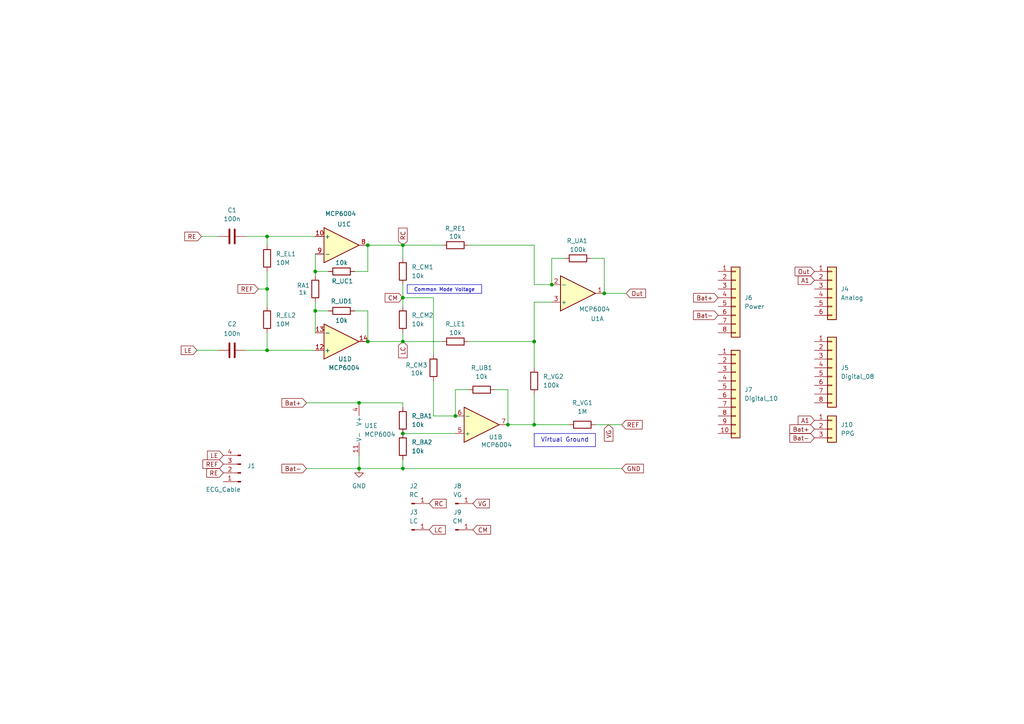
<source format=kicad_sch>
(kicad_sch
	(version 20250114)
	(generator "eeschema")
	(generator_version "9.0")
	(uuid "ef7fd97d-61aa-4a34-8d27-be921f1b34b1")
	(paper "A4")
	(lib_symbols
		(symbol "Amplifier_Operational:MCP6004"
			(pin_names
				(offset 0.127)
			)
			(exclude_from_sim no)
			(in_bom yes)
			(on_board yes)
			(property "Reference" "U"
				(at 0 5.08 0)
				(effects
					(font
						(size 1.27 1.27)
					)
					(justify left)
				)
			)
			(property "Value" "MCP6004"
				(at 0 -5.08 0)
				(effects
					(font
						(size 1.27 1.27)
					)
					(justify left)
				)
			)
			(property "Footprint" ""
				(at -1.27 2.54 0)
				(effects
					(font
						(size 1.27 1.27)
					)
					(hide yes)
				)
			)
			(property "Datasheet" "http://ww1.microchip.com/downloads/en/DeviceDoc/21733j.pdf"
				(at 1.27 5.08 0)
				(effects
					(font
						(size 1.27 1.27)
					)
					(hide yes)
				)
			)
			(property "Description" "1MHz, Low-Power Op Amp, DIP-14/SOIC-14/TSSOP-14"
				(at 0 0 0)
				(effects
					(font
						(size 1.27 1.27)
					)
					(hide yes)
				)
			)
			(property "ki_locked" ""
				(at 0 0 0)
				(effects
					(font
						(size 1.27 1.27)
					)
				)
			)
			(property "ki_keywords" "quad opamp"
				(at 0 0 0)
				(effects
					(font
						(size 1.27 1.27)
					)
					(hide yes)
				)
			)
			(property "ki_fp_filters" "SOIC*3.9x8.7mm*P1.27mm* DIP*W7.62mm* TSSOP*4.4x5mm*P0.65mm* SSOP*5.3x6.2mm*P0.65mm* MSOP*3x3mm*P0.5mm*"
				(at 0 0 0)
				(effects
					(font
						(size 1.27 1.27)
					)
					(hide yes)
				)
			)
			(symbol "MCP6004_1_1"
				(polyline
					(pts
						(xy -5.08 5.08) (xy 5.08 0) (xy -5.08 -5.08) (xy -5.08 5.08)
					)
					(stroke
						(width 0.254)
						(type default)
					)
					(fill
						(type background)
					)
				)
				(pin input line
					(at -7.62 2.54 0)
					(length 2.54)
					(name "+"
						(effects
							(font
								(size 1.27 1.27)
							)
						)
					)
					(number "3"
						(effects
							(font
								(size 1.27 1.27)
							)
						)
					)
				)
				(pin input line
					(at -7.62 -2.54 0)
					(length 2.54)
					(name "-"
						(effects
							(font
								(size 1.27 1.27)
							)
						)
					)
					(number "2"
						(effects
							(font
								(size 1.27 1.27)
							)
						)
					)
				)
				(pin output line
					(at 7.62 0 180)
					(length 2.54)
					(name "~"
						(effects
							(font
								(size 1.27 1.27)
							)
						)
					)
					(number "1"
						(effects
							(font
								(size 1.27 1.27)
							)
						)
					)
				)
			)
			(symbol "MCP6004_2_1"
				(polyline
					(pts
						(xy -5.08 5.08) (xy 5.08 0) (xy -5.08 -5.08) (xy -5.08 5.08)
					)
					(stroke
						(width 0.254)
						(type default)
					)
					(fill
						(type background)
					)
				)
				(pin input line
					(at -7.62 2.54 0)
					(length 2.54)
					(name "+"
						(effects
							(font
								(size 1.27 1.27)
							)
						)
					)
					(number "5"
						(effects
							(font
								(size 1.27 1.27)
							)
						)
					)
				)
				(pin input line
					(at -7.62 -2.54 0)
					(length 2.54)
					(name "-"
						(effects
							(font
								(size 1.27 1.27)
							)
						)
					)
					(number "6"
						(effects
							(font
								(size 1.27 1.27)
							)
						)
					)
				)
				(pin output line
					(at 7.62 0 180)
					(length 2.54)
					(name "~"
						(effects
							(font
								(size 1.27 1.27)
							)
						)
					)
					(number "7"
						(effects
							(font
								(size 1.27 1.27)
							)
						)
					)
				)
			)
			(symbol "MCP6004_3_1"
				(polyline
					(pts
						(xy -5.08 5.08) (xy 5.08 0) (xy -5.08 -5.08) (xy -5.08 5.08)
					)
					(stroke
						(width 0.254)
						(type default)
					)
					(fill
						(type background)
					)
				)
				(pin input line
					(at -7.62 2.54 0)
					(length 2.54)
					(name "+"
						(effects
							(font
								(size 1.27 1.27)
							)
						)
					)
					(number "10"
						(effects
							(font
								(size 1.27 1.27)
							)
						)
					)
				)
				(pin input line
					(at -7.62 -2.54 0)
					(length 2.54)
					(name "-"
						(effects
							(font
								(size 1.27 1.27)
							)
						)
					)
					(number "9"
						(effects
							(font
								(size 1.27 1.27)
							)
						)
					)
				)
				(pin output line
					(at 7.62 0 180)
					(length 2.54)
					(name "~"
						(effects
							(font
								(size 1.27 1.27)
							)
						)
					)
					(number "8"
						(effects
							(font
								(size 1.27 1.27)
							)
						)
					)
				)
			)
			(symbol "MCP6004_4_1"
				(polyline
					(pts
						(xy -5.08 5.08) (xy 5.08 0) (xy -5.08 -5.08) (xy -5.08 5.08)
					)
					(stroke
						(width 0.254)
						(type default)
					)
					(fill
						(type background)
					)
				)
				(pin input line
					(at -7.62 2.54 0)
					(length 2.54)
					(name "+"
						(effects
							(font
								(size 1.27 1.27)
							)
						)
					)
					(number "12"
						(effects
							(font
								(size 1.27 1.27)
							)
						)
					)
				)
				(pin input line
					(at -7.62 -2.54 0)
					(length 2.54)
					(name "-"
						(effects
							(font
								(size 1.27 1.27)
							)
						)
					)
					(number "13"
						(effects
							(font
								(size 1.27 1.27)
							)
						)
					)
				)
				(pin output line
					(at 7.62 0 180)
					(length 2.54)
					(name "~"
						(effects
							(font
								(size 1.27 1.27)
							)
						)
					)
					(number "14"
						(effects
							(font
								(size 1.27 1.27)
							)
						)
					)
				)
			)
			(symbol "MCP6004_5_1"
				(pin power_in line
					(at -2.54 7.62 270)
					(length 3.81)
					(name "V+"
						(effects
							(font
								(size 1.27 1.27)
							)
						)
					)
					(number "4"
						(effects
							(font
								(size 1.27 1.27)
							)
						)
					)
				)
				(pin power_in line
					(at -2.54 -7.62 90)
					(length 3.81)
					(name "V-"
						(effects
							(font
								(size 1.27 1.27)
							)
						)
					)
					(number "11"
						(effects
							(font
								(size 1.27 1.27)
							)
						)
					)
				)
			)
			(embedded_fonts no)
		)
		(symbol "Conn_01x08_1"
			(pin_names
				(offset 1.016)
				(hide yes)
			)
			(exclude_from_sim no)
			(in_bom yes)
			(on_board yes)
			(property "Reference" "J6"
				(at 2.54 0.0001 0)
				(effects
					(font
						(size 1.27 1.27)
					)
					(justify left)
				)
			)
			(property "Value" "Power"
				(at 2.54 -2.5399 0)
				(effects
					(font
						(size 1.27 1.27)
					)
					(justify left)
				)
			)
			(property "Footprint" "Connector_PinHeader_2.54mm:PinHeader_1x08_P2.54mm_Vertical"
				(at 0 0 0)
				(effects
					(font
						(size 1.27 1.27)
					)
					(hide yes)
				)
			)
			(property "Datasheet" "~"
				(at 0 0 0)
				(effects
					(font
						(size 1.27 1.27)
					)
					(hide yes)
				)
			)
			(property "Description" "Generic connector, single row, 01x08, script generated (kicad-library-utils/schlib/autogen/connector/)"
				(at 0 0 0)
				(effects
					(font
						(size 1.27 1.27)
					)
					(hide yes)
				)
			)
			(property "ki_keywords" "connector"
				(at 0 0 0)
				(effects
					(font
						(size 1.27 1.27)
					)
					(hide yes)
				)
			)
			(property "ki_fp_filters" "Connector*:*_1x??_*"
				(at 0 0 0)
				(effects
					(font
						(size 1.27 1.27)
					)
					(hide yes)
				)
			)
			(symbol "Conn_01x08_1_1_1"
				(rectangle
					(start -1.27 8.89)
					(end 1.27 -11.43)
					(stroke
						(width 0.254)
						(type default)
					)
					(fill
						(type background)
					)
				)
				(rectangle
					(start -1.27 7.747)
					(end 0 7.493)
					(stroke
						(width 0.1524)
						(type default)
					)
					(fill
						(type none)
					)
				)
				(rectangle
					(start -1.27 5.207)
					(end 0 4.953)
					(stroke
						(width 0.1524)
						(type default)
					)
					(fill
						(type none)
					)
				)
				(rectangle
					(start -1.27 2.667)
					(end 0 2.413)
					(stroke
						(width 0.1524)
						(type default)
					)
					(fill
						(type none)
					)
				)
				(rectangle
					(start -1.27 0.127)
					(end 0 -0.127)
					(stroke
						(width 0.1524)
						(type default)
					)
					(fill
						(type none)
					)
				)
				(rectangle
					(start -1.27 -2.413)
					(end 0 -2.667)
					(stroke
						(width 0.1524)
						(type default)
					)
					(fill
						(type none)
					)
				)
				(rectangle
					(start -1.27 -4.953)
					(end 0 -5.207)
					(stroke
						(width 0.1524)
						(type default)
					)
					(fill
						(type none)
					)
				)
				(rectangle
					(start -1.27 -7.493)
					(end 0 -7.747)
					(stroke
						(width 0.1524)
						(type default)
					)
					(fill
						(type none)
					)
				)
				(rectangle
					(start -1.27 -10.033)
					(end 0 -10.287)
					(stroke
						(width 0.1524)
						(type default)
					)
					(fill
						(type none)
					)
				)
				(pin passive line
					(at -5.08 7.62 0)
					(length 3.81)
					(name "Pin_1"
						(effects
							(font
								(size 1.27 1.27)
							)
						)
					)
					(number "1"
						(effects
							(font
								(size 1.27 1.27)
							)
						)
					)
				)
				(pin passive line
					(at -5.08 5.08 0)
					(length 3.81)
					(name "IOREF"
						(effects
							(font
								(size 1.27 1.27)
							)
						)
					)
					(number "2"
						(effects
							(font
								(size 1.27 1.27)
							)
						)
					)
				)
				(pin passive line
					(at -5.08 2.54 0)
					(length 3.81)
					(name "RESET"
						(effects
							(font
								(size 1.27 1.27)
							)
						)
					)
					(number "3"
						(effects
							(font
								(size 1.27 1.27)
							)
						)
					)
				)
				(pin passive line
					(at -5.08 0 0)
					(length 3.81)
					(name "3V3"
						(effects
							(font
								(size 1.27 1.27)
							)
						)
					)
					(number "4"
						(effects
							(font
								(size 1.27 1.27)
							)
						)
					)
				)
				(pin passive line
					(at -5.08 -2.54 0)
					(length 3.81)
					(name "5V"
						(effects
							(font
								(size 1.27 1.27)
							)
						)
					)
					(number "5"
						(effects
							(font
								(size 1.27 1.27)
							)
						)
					)
				)
				(pin passive line
					(at -5.08 -5.08 0)
					(length 3.81)
					(name "GND"
						(effects
							(font
								(size 1.27 1.27)
							)
						)
					)
					(number "6"
						(effects
							(font
								(size 1.27 1.27)
							)
						)
					)
				)
				(pin passive line
					(at -5.08 -7.62 0)
					(length 3.81)
					(name "GND"
						(effects
							(font
								(size 1.27 1.27)
							)
						)
					)
					(number "7"
						(effects
							(font
								(size 1.27 1.27)
							)
						)
					)
				)
				(pin passive line
					(at -5.08 -10.16 0)
					(length 3.81)
					(name "Vin"
						(effects
							(font
								(size 1.27 1.27)
							)
						)
					)
					(number "8"
						(effects
							(font
								(size 1.27 1.27)
							)
						)
					)
				)
			)
			(embedded_fonts no)
		)
		(symbol "Connector:Conn_01x01_Pin"
			(pin_names
				(offset 1.016)
				(hide yes)
			)
			(exclude_from_sim no)
			(in_bom yes)
			(on_board yes)
			(property "Reference" "J"
				(at 0 2.54 0)
				(effects
					(font
						(size 1.27 1.27)
					)
				)
			)
			(property "Value" "Conn_01x01_Pin"
				(at 0 -2.54 0)
				(effects
					(font
						(size 1.27 1.27)
					)
				)
			)
			(property "Footprint" ""
				(at 0 0 0)
				(effects
					(font
						(size 1.27 1.27)
					)
					(hide yes)
				)
			)
			(property "Datasheet" "~"
				(at 0 0 0)
				(effects
					(font
						(size 1.27 1.27)
					)
					(hide yes)
				)
			)
			(property "Description" "Generic connector, single row, 01x01, script generated"
				(at 0 0 0)
				(effects
					(font
						(size 1.27 1.27)
					)
					(hide yes)
				)
			)
			(property "ki_locked" ""
				(at 0 0 0)
				(effects
					(font
						(size 1.27 1.27)
					)
				)
			)
			(property "ki_keywords" "connector"
				(at 0 0 0)
				(effects
					(font
						(size 1.27 1.27)
					)
					(hide yes)
				)
			)
			(property "ki_fp_filters" "Connector*:*_1x??_*"
				(at 0 0 0)
				(effects
					(font
						(size 1.27 1.27)
					)
					(hide yes)
				)
			)
			(symbol "Conn_01x01_Pin_1_1"
				(rectangle
					(start 0.8636 0.127)
					(end 0 -0.127)
					(stroke
						(width 0.1524)
						(type default)
					)
					(fill
						(type outline)
					)
				)
				(polyline
					(pts
						(xy 1.27 0) (xy 0.8636 0)
					)
					(stroke
						(width 0.1524)
						(type default)
					)
					(fill
						(type none)
					)
				)
				(pin passive line
					(at 5.08 0 180)
					(length 3.81)
					(name "Pin_1"
						(effects
							(font
								(size 1.27 1.27)
							)
						)
					)
					(number "1"
						(effects
							(font
								(size 1.27 1.27)
							)
						)
					)
				)
			)
			(embedded_fonts no)
		)
		(symbol "Connector:Conn_01x04_Pin"
			(pin_names
				(offset 1.016)
				(hide yes)
			)
			(exclude_from_sim no)
			(in_bom yes)
			(on_board yes)
			(property "Reference" "J"
				(at 0 5.08 0)
				(effects
					(font
						(size 1.27 1.27)
					)
				)
			)
			(property "Value" "Conn_01x04_Pin"
				(at 0 -7.62 0)
				(effects
					(font
						(size 1.27 1.27)
					)
				)
			)
			(property "Footprint" ""
				(at 0 0 0)
				(effects
					(font
						(size 1.27 1.27)
					)
					(hide yes)
				)
			)
			(property "Datasheet" "~"
				(at 0 0 0)
				(effects
					(font
						(size 1.27 1.27)
					)
					(hide yes)
				)
			)
			(property "Description" "Generic connector, single row, 01x04, script generated"
				(at 0 0 0)
				(effects
					(font
						(size 1.27 1.27)
					)
					(hide yes)
				)
			)
			(property "ki_locked" ""
				(at 0 0 0)
				(effects
					(font
						(size 1.27 1.27)
					)
				)
			)
			(property "ki_keywords" "connector"
				(at 0 0 0)
				(effects
					(font
						(size 1.27 1.27)
					)
					(hide yes)
				)
			)
			(property "ki_fp_filters" "Connector*:*_1x??_*"
				(at 0 0 0)
				(effects
					(font
						(size 1.27 1.27)
					)
					(hide yes)
				)
			)
			(symbol "Conn_01x04_Pin_1_1"
				(rectangle
					(start 0.8636 2.667)
					(end 0 2.413)
					(stroke
						(width 0.1524)
						(type default)
					)
					(fill
						(type outline)
					)
				)
				(rectangle
					(start 0.8636 0.127)
					(end 0 -0.127)
					(stroke
						(width 0.1524)
						(type default)
					)
					(fill
						(type outline)
					)
				)
				(rectangle
					(start 0.8636 -2.413)
					(end 0 -2.667)
					(stroke
						(width 0.1524)
						(type default)
					)
					(fill
						(type outline)
					)
				)
				(rectangle
					(start 0.8636 -4.953)
					(end 0 -5.207)
					(stroke
						(width 0.1524)
						(type default)
					)
					(fill
						(type outline)
					)
				)
				(polyline
					(pts
						(xy 1.27 2.54) (xy 0.8636 2.54)
					)
					(stroke
						(width 0.1524)
						(type default)
					)
					(fill
						(type none)
					)
				)
				(polyline
					(pts
						(xy 1.27 0) (xy 0.8636 0)
					)
					(stroke
						(width 0.1524)
						(type default)
					)
					(fill
						(type none)
					)
				)
				(polyline
					(pts
						(xy 1.27 -2.54) (xy 0.8636 -2.54)
					)
					(stroke
						(width 0.1524)
						(type default)
					)
					(fill
						(type none)
					)
				)
				(polyline
					(pts
						(xy 1.27 -5.08) (xy 0.8636 -5.08)
					)
					(stroke
						(width 0.1524)
						(type default)
					)
					(fill
						(type none)
					)
				)
				(pin passive line
					(at 5.08 2.54 180)
					(length 3.81)
					(name "Pin_1"
						(effects
							(font
								(size 1.27 1.27)
							)
						)
					)
					(number "1"
						(effects
							(font
								(size 1.27 1.27)
							)
						)
					)
				)
				(pin passive line
					(at 5.08 0 180)
					(length 3.81)
					(name "Pin_2"
						(effects
							(font
								(size 1.27 1.27)
							)
						)
					)
					(number "2"
						(effects
							(font
								(size 1.27 1.27)
							)
						)
					)
				)
				(pin passive line
					(at 5.08 -2.54 180)
					(length 3.81)
					(name "Pin_3"
						(effects
							(font
								(size 1.27 1.27)
							)
						)
					)
					(number "3"
						(effects
							(font
								(size 1.27 1.27)
							)
						)
					)
				)
				(pin passive line
					(at 5.08 -5.08 180)
					(length 3.81)
					(name "Pin_4"
						(effects
							(font
								(size 1.27 1.27)
							)
						)
					)
					(number "4"
						(effects
							(font
								(size 1.27 1.27)
							)
						)
					)
				)
			)
			(embedded_fonts no)
		)
		(symbol "Connector_Generic:Conn_01x03"
			(pin_names
				(offset 1.016)
				(hide yes)
			)
			(exclude_from_sim no)
			(in_bom yes)
			(on_board yes)
			(property "Reference" "J"
				(at 0 5.08 0)
				(effects
					(font
						(size 1.27 1.27)
					)
				)
			)
			(property "Value" "Conn_01x03"
				(at 0 -5.08 0)
				(effects
					(font
						(size 1.27 1.27)
					)
				)
			)
			(property "Footprint" ""
				(at 0 0 0)
				(effects
					(font
						(size 1.27 1.27)
					)
					(hide yes)
				)
			)
			(property "Datasheet" "~"
				(at 0 0 0)
				(effects
					(font
						(size 1.27 1.27)
					)
					(hide yes)
				)
			)
			(property "Description" "Generic connector, single row, 01x03, script generated (kicad-library-utils/schlib/autogen/connector/)"
				(at 0 0 0)
				(effects
					(font
						(size 1.27 1.27)
					)
					(hide yes)
				)
			)
			(property "ki_keywords" "connector"
				(at 0 0 0)
				(effects
					(font
						(size 1.27 1.27)
					)
					(hide yes)
				)
			)
			(property "ki_fp_filters" "Connector*:*_1x??_*"
				(at 0 0 0)
				(effects
					(font
						(size 1.27 1.27)
					)
					(hide yes)
				)
			)
			(symbol "Conn_01x03_1_1"
				(rectangle
					(start -1.27 3.81)
					(end 1.27 -3.81)
					(stroke
						(width 0.254)
						(type default)
					)
					(fill
						(type background)
					)
				)
				(rectangle
					(start -1.27 2.667)
					(end 0 2.413)
					(stroke
						(width 0.1524)
						(type default)
					)
					(fill
						(type none)
					)
				)
				(rectangle
					(start -1.27 0.127)
					(end 0 -0.127)
					(stroke
						(width 0.1524)
						(type default)
					)
					(fill
						(type none)
					)
				)
				(rectangle
					(start -1.27 -2.413)
					(end 0 -2.667)
					(stroke
						(width 0.1524)
						(type default)
					)
					(fill
						(type none)
					)
				)
				(pin passive line
					(at -5.08 2.54 0)
					(length 3.81)
					(name "Pin_1"
						(effects
							(font
								(size 1.27 1.27)
							)
						)
					)
					(number "1"
						(effects
							(font
								(size 1.27 1.27)
							)
						)
					)
				)
				(pin passive line
					(at -5.08 0 0)
					(length 3.81)
					(name "Pin_2"
						(effects
							(font
								(size 1.27 1.27)
							)
						)
					)
					(number "2"
						(effects
							(font
								(size 1.27 1.27)
							)
						)
					)
				)
				(pin passive line
					(at -5.08 -2.54 0)
					(length 3.81)
					(name "Pin_3"
						(effects
							(font
								(size 1.27 1.27)
							)
						)
					)
					(number "3"
						(effects
							(font
								(size 1.27 1.27)
							)
						)
					)
				)
			)
			(embedded_fonts no)
		)
		(symbol "Connector_Generic:Conn_01x06"
			(pin_names
				(offset 1.016)
				(hide yes)
			)
			(exclude_from_sim no)
			(in_bom yes)
			(on_board yes)
			(property "Reference" "J4"
				(at 2.54 0.0001 0)
				(effects
					(font
						(size 1.27 1.27)
					)
					(justify left)
				)
			)
			(property "Value" "Analog"
				(at 2.54 -2.5399 0)
				(effects
					(font
						(size 1.27 1.27)
					)
					(justify left)
				)
			)
			(property "Footprint" "Connector_PinHeader_2.54mm:PinHeader_1x06_P2.54mm_Vertical"
				(at 0 0 0)
				(effects
					(font
						(size 1.27 1.27)
					)
					(hide yes)
				)
			)
			(property "Datasheet" "~"
				(at 0 0 0)
				(effects
					(font
						(size 1.27 1.27)
					)
					(hide yes)
				)
			)
			(property "Description" "Generic connector, single row, 01x06, script generated (kicad-library-utils/schlib/autogen/connector/)"
				(at 0 0 0)
				(effects
					(font
						(size 1.27 1.27)
					)
					(hide yes)
				)
			)
			(property "ki_keywords" "connector"
				(at 0 0 0)
				(effects
					(font
						(size 1.27 1.27)
					)
					(hide yes)
				)
			)
			(property "ki_fp_filters" "Connector*:*_1x??_*"
				(at 0 0 0)
				(effects
					(font
						(size 1.27 1.27)
					)
					(hide yes)
				)
			)
			(symbol "Conn_01x06_1_1"
				(rectangle
					(start -1.27 6.35)
					(end 1.27 -8.89)
					(stroke
						(width 0.254)
						(type default)
					)
					(fill
						(type background)
					)
				)
				(rectangle
					(start -1.27 5.207)
					(end 0 4.953)
					(stroke
						(width 0.1524)
						(type default)
					)
					(fill
						(type none)
					)
				)
				(rectangle
					(start -1.27 2.667)
					(end 0 2.413)
					(stroke
						(width 0.1524)
						(type default)
					)
					(fill
						(type none)
					)
				)
				(rectangle
					(start -1.27 0.127)
					(end 0 -0.127)
					(stroke
						(width 0.1524)
						(type default)
					)
					(fill
						(type none)
					)
				)
				(rectangle
					(start -1.27 -2.413)
					(end 0 -2.667)
					(stroke
						(width 0.1524)
						(type default)
					)
					(fill
						(type none)
					)
				)
				(rectangle
					(start -1.27 -4.953)
					(end 0 -5.207)
					(stroke
						(width 0.1524)
						(type default)
					)
					(fill
						(type none)
					)
				)
				(rectangle
					(start -1.27 -7.493)
					(end 0 -7.747)
					(stroke
						(width 0.1524)
						(type default)
					)
					(fill
						(type none)
					)
				)
				(pin passive line
					(at -5.08 5.08 0)
					(length 3.81)
					(name "A0"
						(effects
							(font
								(size 1.27 1.27)
							)
						)
					)
					(number "1"
						(effects
							(font
								(size 1.27 1.27)
							)
						)
					)
				)
				(pin passive line
					(at -5.08 2.54 0)
					(length 3.81)
					(name "A1"
						(effects
							(font
								(size 1.27 1.27)
							)
						)
					)
					(number "2"
						(effects
							(font
								(size 1.27 1.27)
							)
						)
					)
				)
				(pin passive line
					(at -5.08 0 0)
					(length 3.81)
					(name "A2"
						(effects
							(font
								(size 1.27 1.27)
							)
						)
					)
					(number "3"
						(effects
							(font
								(size 1.27 1.27)
							)
						)
					)
				)
				(pin passive line
					(at -5.08 -2.54 0)
					(length 3.81)
					(name "A3"
						(effects
							(font
								(size 1.27 1.27)
							)
						)
					)
					(number "4"
						(effects
							(font
								(size 1.27 1.27)
							)
						)
					)
				)
				(pin passive line
					(at -5.08 -5.08 0)
					(length 3.81)
					(name "A4"
						(effects
							(font
								(size 1.27 1.27)
							)
						)
					)
					(number "5"
						(effects
							(font
								(size 1.27 1.27)
							)
						)
					)
				)
				(pin passive line
					(at -5.08 -7.62 0)
					(length 3.81)
					(name "A5"
						(effects
							(font
								(size 1.27 1.27)
							)
						)
					)
					(number "6"
						(effects
							(font
								(size 1.27 1.27)
							)
						)
					)
				)
			)
			(embedded_fonts no)
		)
		(symbol "Connector_Generic:Conn_01x08"
			(pin_names
				(offset 1.016)
				(hide yes)
			)
			(exclude_from_sim no)
			(in_bom yes)
			(on_board yes)
			(property "Reference" "J5"
				(at 2.54 0.0001 0)
				(effects
					(font
						(size 1.27 1.27)
					)
					(justify left)
				)
			)
			(property "Value" "Digital_08"
				(at 2.54 -2.5399 0)
				(effects
					(font
						(size 1.27 1.27)
					)
					(justify left)
				)
			)
			(property "Footprint" "Connector_PinHeader_2.54mm:PinHeader_1x08_P2.54mm_Vertical"
				(at 0 0 0)
				(effects
					(font
						(size 1.27 1.27)
					)
					(hide yes)
				)
			)
			(property "Datasheet" "~"
				(at 0 0 0)
				(effects
					(font
						(size 1.27 1.27)
					)
					(hide yes)
				)
			)
			(property "Description" "Generic connector, single row, 01x08, script generated (kicad-library-utils/schlib/autogen/connector/)"
				(at 0 0 0)
				(effects
					(font
						(size 1.27 1.27)
					)
					(hide yes)
				)
			)
			(property "ki_keywords" "connector"
				(at 0 0 0)
				(effects
					(font
						(size 1.27 1.27)
					)
					(hide yes)
				)
			)
			(property "ki_fp_filters" "Connector*:*_1x??_*"
				(at 0 0 0)
				(effects
					(font
						(size 1.27 1.27)
					)
					(hide yes)
				)
			)
			(symbol "Conn_01x08_1_1"
				(rectangle
					(start -1.27 8.89)
					(end 1.27 -11.43)
					(stroke
						(width 0.254)
						(type default)
					)
					(fill
						(type background)
					)
				)
				(rectangle
					(start -1.27 7.747)
					(end 0 7.493)
					(stroke
						(width 0.1524)
						(type default)
					)
					(fill
						(type none)
					)
				)
				(rectangle
					(start -1.27 5.207)
					(end 0 4.953)
					(stroke
						(width 0.1524)
						(type default)
					)
					(fill
						(type none)
					)
				)
				(rectangle
					(start -1.27 2.667)
					(end 0 2.413)
					(stroke
						(width 0.1524)
						(type default)
					)
					(fill
						(type none)
					)
				)
				(rectangle
					(start -1.27 0.127)
					(end 0 -0.127)
					(stroke
						(width 0.1524)
						(type default)
					)
					(fill
						(type none)
					)
				)
				(rectangle
					(start -1.27 -2.413)
					(end 0 -2.667)
					(stroke
						(width 0.1524)
						(type default)
					)
					(fill
						(type none)
					)
				)
				(rectangle
					(start -1.27 -4.953)
					(end 0 -5.207)
					(stroke
						(width 0.1524)
						(type default)
					)
					(fill
						(type none)
					)
				)
				(rectangle
					(start -1.27 -7.493)
					(end 0 -7.747)
					(stroke
						(width 0.1524)
						(type default)
					)
					(fill
						(type none)
					)
				)
				(rectangle
					(start -1.27 -10.033)
					(end 0 -10.287)
					(stroke
						(width 0.1524)
						(type default)
					)
					(fill
						(type none)
					)
				)
				(pin passive line
					(at -5.08 7.62 0)
					(length 3.81)
					(name "7"
						(effects
							(font
								(size 1.27 1.27)
							)
						)
					)
					(number "1"
						(effects
							(font
								(size 1.27 1.27)
							)
						)
					)
				)
				(pin passive line
					(at -5.08 5.08 0)
					(length 3.81)
					(name "6"
						(effects
							(font
								(size 1.27 1.27)
							)
						)
					)
					(number "2"
						(effects
							(font
								(size 1.27 1.27)
							)
						)
					)
				)
				(pin passive line
					(at -5.08 2.54 0)
					(length 3.81)
					(name "5"
						(effects
							(font
								(size 1.27 1.27)
							)
						)
					)
					(number "3"
						(effects
							(font
								(size 1.27 1.27)
							)
						)
					)
				)
				(pin passive line
					(at -5.08 0 0)
					(length 3.81)
					(name "4"
						(effects
							(font
								(size 1.27 1.27)
							)
						)
					)
					(number "4"
						(effects
							(font
								(size 1.27 1.27)
							)
						)
					)
				)
				(pin passive line
					(at -5.08 -2.54 0)
					(length 3.81)
					(name "3"
						(effects
							(font
								(size 1.27 1.27)
							)
						)
					)
					(number "5"
						(effects
							(font
								(size 1.27 1.27)
							)
						)
					)
				)
				(pin passive line
					(at -5.08 -5.08 0)
					(length 3.81)
					(name "2"
						(effects
							(font
								(size 1.27 1.27)
							)
						)
					)
					(number "6"
						(effects
							(font
								(size 1.27 1.27)
							)
						)
					)
				)
				(pin passive line
					(at -5.08 -7.62 0)
					(length 3.81)
					(name "1<TX"
						(effects
							(font
								(size 1.27 1.27)
							)
						)
					)
					(number "7"
						(effects
							(font
								(size 1.27 1.27)
							)
						)
					)
				)
				(pin passive line
					(at -5.08 -10.16 0)
					(length 3.81)
					(name "0>RX"
						(effects
							(font
								(size 1.27 1.27)
							)
						)
					)
					(number "8"
						(effects
							(font
								(size 1.27 1.27)
							)
						)
					)
				)
			)
			(embedded_fonts no)
		)
		(symbol "Connector_Generic:Conn_01x10"
			(pin_names
				(offset 1.016)
				(hide yes)
			)
			(exclude_from_sim no)
			(in_bom yes)
			(on_board yes)
			(property "Reference" "J7"
				(at 2.54 0.0001 0)
				(effects
					(font
						(size 1.27 1.27)
					)
					(justify left)
				)
			)
			(property "Value" "Digital_10"
				(at 2.54 -2.5399 0)
				(effects
					(font
						(size 1.27 1.27)
					)
					(justify left)
				)
			)
			(property "Footprint" "Connector_PinHeader_2.54mm:PinHeader_1x10_P2.54mm_Vertical"
				(at 0 0 0)
				(effects
					(font
						(size 1.27 1.27)
					)
					(hide yes)
				)
			)
			(property "Datasheet" "~"
				(at 0 0 0)
				(effects
					(font
						(size 1.27 1.27)
					)
					(hide yes)
				)
			)
			(property "Description" "Generic connector, single row, 01x10, script generated (kicad-library-utils/schlib/autogen/connector/)"
				(at 0 0 0)
				(effects
					(font
						(size 1.27 1.27)
					)
					(hide yes)
				)
			)
			(property "ki_keywords" "connector"
				(at 0 0 0)
				(effects
					(font
						(size 1.27 1.27)
					)
					(hide yes)
				)
			)
			(property "ki_fp_filters" "Connector*:*_1x??_*"
				(at 0 0 0)
				(effects
					(font
						(size 1.27 1.27)
					)
					(hide yes)
				)
			)
			(symbol "Conn_01x10_1_1"
				(rectangle
					(start -1.27 11.43)
					(end 1.27 -13.97)
					(stroke
						(width 0.254)
						(type default)
					)
					(fill
						(type background)
					)
				)
				(rectangle
					(start -1.27 10.287)
					(end 0 10.033)
					(stroke
						(width 0.1524)
						(type default)
					)
					(fill
						(type none)
					)
				)
				(rectangle
					(start -1.27 7.747)
					(end 0 7.493)
					(stroke
						(width 0.1524)
						(type default)
					)
					(fill
						(type none)
					)
				)
				(rectangle
					(start -1.27 5.207)
					(end 0 4.953)
					(stroke
						(width 0.1524)
						(type default)
					)
					(fill
						(type none)
					)
				)
				(rectangle
					(start -1.27 2.667)
					(end 0 2.413)
					(stroke
						(width 0.1524)
						(type default)
					)
					(fill
						(type none)
					)
				)
				(rectangle
					(start -1.27 0.127)
					(end 0 -0.127)
					(stroke
						(width 0.1524)
						(type default)
					)
					(fill
						(type none)
					)
				)
				(rectangle
					(start -1.27 -2.413)
					(end 0 -2.667)
					(stroke
						(width 0.1524)
						(type default)
					)
					(fill
						(type none)
					)
				)
				(rectangle
					(start -1.27 -4.953)
					(end 0 -5.207)
					(stroke
						(width 0.1524)
						(type default)
					)
					(fill
						(type none)
					)
				)
				(rectangle
					(start -1.27 -7.493)
					(end 0 -7.747)
					(stroke
						(width 0.1524)
						(type default)
					)
					(fill
						(type none)
					)
				)
				(rectangle
					(start -1.27 -10.033)
					(end 0 -10.287)
					(stroke
						(width 0.1524)
						(type default)
					)
					(fill
						(type none)
					)
				)
				(rectangle
					(start -1.27 -12.573)
					(end 0 -12.827)
					(stroke
						(width 0.1524)
						(type default)
					)
					(fill
						(type none)
					)
				)
				(pin passive line
					(at -5.08 10.16 0)
					(length 3.81)
					(name "SCL"
						(effects
							(font
								(size 1.27 1.27)
							)
						)
					)
					(number "1"
						(effects
							(font
								(size 1.27 1.27)
							)
						)
					)
				)
				(pin passive line
					(at -5.08 7.62 0)
					(length 3.81)
					(name "SDA"
						(effects
							(font
								(size 1.27 1.27)
							)
						)
					)
					(number "2"
						(effects
							(font
								(size 1.27 1.27)
							)
						)
					)
				)
				(pin passive line
					(at -5.08 5.08 0)
					(length 3.81)
					(name "AREF"
						(effects
							(font
								(size 1.27 1.27)
							)
						)
					)
					(number "3"
						(effects
							(font
								(size 1.27 1.27)
							)
						)
					)
				)
				(pin passive line
					(at -5.08 2.54 0)
					(length 3.81)
					(name "GND"
						(effects
							(font
								(size 1.27 1.27)
							)
						)
					)
					(number "4"
						(effects
							(font
								(size 1.27 1.27)
							)
						)
					)
				)
				(pin passive line
					(at -5.08 0 0)
					(length 3.81)
					(name "13"
						(effects
							(font
								(size 1.27 1.27)
							)
						)
					)
					(number "5"
						(effects
							(font
								(size 1.27 1.27)
							)
						)
					)
				)
				(pin passive line
					(at -5.08 -2.54 0)
					(length 3.81)
					(name "12"
						(effects
							(font
								(size 1.27 1.27)
							)
						)
					)
					(number "6"
						(effects
							(font
								(size 1.27 1.27)
							)
						)
					)
				)
				(pin passive line
					(at -5.08 -5.08 0)
					(length 3.81)
					(name "11"
						(effects
							(font
								(size 1.27 1.27)
							)
						)
					)
					(number "7"
						(effects
							(font
								(size 1.27 1.27)
							)
						)
					)
				)
				(pin passive line
					(at -5.08 -7.62 0)
					(length 3.81)
					(name "10"
						(effects
							(font
								(size 1.27 1.27)
							)
						)
					)
					(number "8"
						(effects
							(font
								(size 1.27 1.27)
							)
						)
					)
				)
				(pin passive line
					(at -5.08 -10.16 0)
					(length 3.81)
					(name "9"
						(effects
							(font
								(size 1.27 1.27)
							)
						)
					)
					(number "9"
						(effects
							(font
								(size 1.27 1.27)
							)
						)
					)
				)
				(pin passive line
					(at -5.08 -12.7 0)
					(length 3.81)
					(name "8"
						(effects
							(font
								(size 1.27 1.27)
							)
						)
					)
					(number "10"
						(effects
							(font
								(size 1.27 1.27)
							)
						)
					)
				)
			)
			(embedded_fonts no)
		)
		(symbol "Device:C"
			(pin_numbers
				(hide yes)
			)
			(pin_names
				(offset 0.254)
			)
			(exclude_from_sim no)
			(in_bom yes)
			(on_board yes)
			(property "Reference" "C"
				(at 0.635 2.54 0)
				(effects
					(font
						(size 1.27 1.27)
					)
					(justify left)
				)
			)
			(property "Value" "C"
				(at 0.635 -2.54 0)
				(effects
					(font
						(size 1.27 1.27)
					)
					(justify left)
				)
			)
			(property "Footprint" ""
				(at 0.9652 -3.81 0)
				(effects
					(font
						(size 1.27 1.27)
					)
					(hide yes)
				)
			)
			(property "Datasheet" "~"
				(at 0 0 0)
				(effects
					(font
						(size 1.27 1.27)
					)
					(hide yes)
				)
			)
			(property "Description" "Unpolarized capacitor"
				(at 0 0 0)
				(effects
					(font
						(size 1.27 1.27)
					)
					(hide yes)
				)
			)
			(property "ki_keywords" "cap capacitor"
				(at 0 0 0)
				(effects
					(font
						(size 1.27 1.27)
					)
					(hide yes)
				)
			)
			(property "ki_fp_filters" "C_*"
				(at 0 0 0)
				(effects
					(font
						(size 1.27 1.27)
					)
					(hide yes)
				)
			)
			(symbol "C_0_1"
				(polyline
					(pts
						(xy -2.032 0.762) (xy 2.032 0.762)
					)
					(stroke
						(width 0.508)
						(type default)
					)
					(fill
						(type none)
					)
				)
				(polyline
					(pts
						(xy -2.032 -0.762) (xy 2.032 -0.762)
					)
					(stroke
						(width 0.508)
						(type default)
					)
					(fill
						(type none)
					)
				)
			)
			(symbol "C_1_1"
				(pin passive line
					(at 0 3.81 270)
					(length 2.794)
					(name "~"
						(effects
							(font
								(size 1.27 1.27)
							)
						)
					)
					(number "1"
						(effects
							(font
								(size 1.27 1.27)
							)
						)
					)
				)
				(pin passive line
					(at 0 -3.81 90)
					(length 2.794)
					(name "~"
						(effects
							(font
								(size 1.27 1.27)
							)
						)
					)
					(number "2"
						(effects
							(font
								(size 1.27 1.27)
							)
						)
					)
				)
			)
			(embedded_fonts no)
		)
		(symbol "Device:R"
			(pin_numbers
				(hide yes)
			)
			(pin_names
				(offset 0)
			)
			(exclude_from_sim no)
			(in_bom yes)
			(on_board yes)
			(property "Reference" "R"
				(at 2.032 0 90)
				(effects
					(font
						(size 1.27 1.27)
					)
				)
			)
			(property "Value" "R"
				(at 0 0 90)
				(effects
					(font
						(size 1.27 1.27)
					)
				)
			)
			(property "Footprint" ""
				(at -1.778 0 90)
				(effects
					(font
						(size 1.27 1.27)
					)
					(hide yes)
				)
			)
			(property "Datasheet" "~"
				(at 0 0 0)
				(effects
					(font
						(size 1.27 1.27)
					)
					(hide yes)
				)
			)
			(property "Description" "Resistor"
				(at 0 0 0)
				(effects
					(font
						(size 1.27 1.27)
					)
					(hide yes)
				)
			)
			(property "ki_keywords" "R res resistor"
				(at 0 0 0)
				(effects
					(font
						(size 1.27 1.27)
					)
					(hide yes)
				)
			)
			(property "ki_fp_filters" "R_*"
				(at 0 0 0)
				(effects
					(font
						(size 1.27 1.27)
					)
					(hide yes)
				)
			)
			(symbol "R_0_1"
				(rectangle
					(start -1.016 -2.54)
					(end 1.016 2.54)
					(stroke
						(width 0.254)
						(type default)
					)
					(fill
						(type none)
					)
				)
			)
			(symbol "R_1_1"
				(pin passive line
					(at 0 3.81 270)
					(length 1.27)
					(name "~"
						(effects
							(font
								(size 1.27 1.27)
							)
						)
					)
					(number "1"
						(effects
							(font
								(size 1.27 1.27)
							)
						)
					)
				)
				(pin passive line
					(at 0 -3.81 90)
					(length 1.27)
					(name "~"
						(effects
							(font
								(size 1.27 1.27)
							)
						)
					)
					(number "2"
						(effects
							(font
								(size 1.27 1.27)
							)
						)
					)
				)
			)
			(embedded_fonts no)
		)
		(symbol "power:GND"
			(power)
			(pin_numbers
				(hide yes)
			)
			(pin_names
				(offset 0)
				(hide yes)
			)
			(exclude_from_sim no)
			(in_bom yes)
			(on_board yes)
			(property "Reference" "#PWR"
				(at 0 -6.35 0)
				(effects
					(font
						(size 1.27 1.27)
					)
					(hide yes)
				)
			)
			(property "Value" "GND"
				(at 0 -3.81 0)
				(effects
					(font
						(size 1.27 1.27)
					)
				)
			)
			(property "Footprint" ""
				(at 0 0 0)
				(effects
					(font
						(size 1.27 1.27)
					)
					(hide yes)
				)
			)
			(property "Datasheet" ""
				(at 0 0 0)
				(effects
					(font
						(size 1.27 1.27)
					)
					(hide yes)
				)
			)
			(property "Description" "Power symbol creates a global label with name \"GND\" , ground"
				(at 0 0 0)
				(effects
					(font
						(size 1.27 1.27)
					)
					(hide yes)
				)
			)
			(property "ki_keywords" "global power"
				(at 0 0 0)
				(effects
					(font
						(size 1.27 1.27)
					)
					(hide yes)
				)
			)
			(symbol "GND_0_1"
				(polyline
					(pts
						(xy 0 0) (xy 0 -1.27) (xy 1.27 -1.27) (xy 0 -2.54) (xy -1.27 -1.27) (xy 0 -1.27)
					)
					(stroke
						(width 0)
						(type default)
					)
					(fill
						(type none)
					)
				)
			)
			(symbol "GND_1_1"
				(pin power_in line
					(at 0 0 270)
					(length 0)
					(name "~"
						(effects
							(font
								(size 1.27 1.27)
							)
						)
					)
					(number "1"
						(effects
							(font
								(size 1.27 1.27)
							)
						)
					)
				)
			)
			(embedded_fonts no)
		)
	)
	(text_box "Common Mode Voltage"
		(exclude_from_sim no)
		(at 118.11 82.55 0)
		(size 21.59 2.54)
		(margins 0.762 0.762 0.762 0.762)
		(stroke
			(width 0)
			(type default)
		)
		(fill
			(type none)
		)
		(effects
			(font
				(size 1.016 1.016)
			)
			(justify top)
		)
		(uuid "10e38eb0-a5ad-4761-aa5f-adfbecc20de9")
	)
	(text_box "Virtual Ground"
		(exclude_from_sim no)
		(at 154.94 125.73 0)
		(size 17.78 3.81)
		(margins 0.9525 0.9525 0.9525 0.9525)
		(stroke
			(width 0)
			(type default)
		)
		(fill
			(type none)
		)
		(effects
			(font
				(size 1.27 1.27)
			)
			(justify top)
		)
		(uuid "87d78c1d-b1d6-4140-9108-57ce237c789e")
	)
	(junction
		(at 147.32 123.19)
		(diameter 0)
		(color 0 0 0 0)
		(uuid "11896a68-ddf4-4a90-a65e-dc3e3d348c77")
	)
	(junction
		(at 91.44 90.17)
		(diameter 0)
		(color 0 0 0 0)
		(uuid "316a80fe-8db3-4f4c-a5d9-cd869bcee316")
	)
	(junction
		(at 91.44 78.74)
		(diameter 0)
		(color 0 0 0 0)
		(uuid "40ddccff-b662-47a3-9283-738132f21a01")
	)
	(junction
		(at 132.08 120.65)
		(diameter 0)
		(color 0 0 0 0)
		(uuid "48b9c6c6-16fb-4992-b596-0605510739fd")
	)
	(junction
		(at 116.84 71.12)
		(diameter 0)
		(color 0 0 0 0)
		(uuid "50fe178a-aaa0-49ab-bd17-c2b20107b0a9")
	)
	(junction
		(at 116.84 99.06)
		(diameter 0)
		(color 0 0 0 0)
		(uuid "64e8783f-2924-46d1-b294-274758495f21")
	)
	(junction
		(at 104.14 135.89)
		(diameter 0)
		(color 0 0 0 0)
		(uuid "76ca5a47-674d-45fc-8834-a0fe2eea5c6e")
	)
	(junction
		(at 175.26 85.09)
		(diameter 0)
		(color 0 0 0 0)
		(uuid "88287a55-d3bd-46fb-915a-1418778be76a")
	)
	(junction
		(at 104.14 116.84)
		(diameter 0)
		(color 0 0 0 0)
		(uuid "9a33376a-7e64-47e1-ba45-6bfe11c93101")
	)
	(junction
		(at 116.84 125.73)
		(diameter 0)
		(color 0 0 0 0)
		(uuid "9d02ac02-d8ee-4d12-8510-fd40544c2329")
	)
	(junction
		(at 116.84 135.89)
		(diameter 0)
		(color 0 0 0 0)
		(uuid "a2416136-012d-49f7-b350-7911d64c91d7")
	)
	(junction
		(at 116.84 86.36)
		(diameter 0)
		(color 0 0 0 0)
		(uuid "b74b26b5-1ada-47ac-9c12-f3dc3a3709c7")
	)
	(junction
		(at 160.02 82.55)
		(diameter 0)
		(color 0 0 0 0)
		(uuid "b9039423-faf3-4be8-a91d-546704631fe1")
	)
	(junction
		(at 154.94 99.06)
		(diameter 0)
		(color 0 0 0 0)
		(uuid "d24d88da-c3bb-416e-b536-a8f40c15052d")
	)
	(junction
		(at 106.68 99.06)
		(diameter 0)
		(color 0 0 0 0)
		(uuid "d8ede864-8960-45e5-89a0-a0e4904f03bb")
	)
	(junction
		(at 77.47 83.82)
		(diameter 0)
		(color 0 0 0 0)
		(uuid "e2a53973-c2c2-48dc-87e3-26f5047977ba")
	)
	(junction
		(at 77.47 68.58)
		(diameter 0)
		(color 0 0 0 0)
		(uuid "e326be71-8772-4420-883a-1f05aa2492c3")
	)
	(junction
		(at 77.47 101.6)
		(diameter 0)
		(color 0 0 0 0)
		(uuid "f260b9b8-a330-403e-8f24-788245abf44a")
	)
	(junction
		(at 154.94 123.19)
		(diameter 0)
		(color 0 0 0 0)
		(uuid "f6c573a1-b608-4f77-8dc8-a31e654ba770")
	)
	(junction
		(at 106.68 71.12)
		(diameter 0)
		(color 0 0 0 0)
		(uuid "ffaa0703-0136-4529-b800-f1e0ed0d1cc8")
	)
	(wire
		(pts
			(xy 57.15 101.6) (xy 63.5 101.6)
		)
		(stroke
			(width 0)
			(type default)
		)
		(uuid "02ded1b5-59ec-427d-97c2-837e321440fb")
	)
	(wire
		(pts
			(xy 116.84 135.89) (xy 180.34 135.89)
		)
		(stroke
			(width 0)
			(type default)
		)
		(uuid "046f1f93-1d89-4ea9-b5ae-18eed2d1fa5d")
	)
	(wire
		(pts
			(xy 116.84 86.36) (xy 125.73 86.36)
		)
		(stroke
			(width 0)
			(type default)
		)
		(uuid "06168729-ab21-46c7-9e5e-328e334c7ca8")
	)
	(wire
		(pts
			(xy 172.72 123.19) (xy 180.34 123.19)
		)
		(stroke
			(width 0)
			(type default)
		)
		(uuid "08bd54b7-3c1e-47c4-9004-69773d8ec0dc")
	)
	(wire
		(pts
			(xy 77.47 101.6) (xy 91.44 101.6)
		)
		(stroke
			(width 0)
			(type default)
		)
		(uuid "096ee63e-9f16-4971-8320-3c9db03d50f2")
	)
	(wire
		(pts
			(xy 74.93 83.82) (xy 77.47 83.82)
		)
		(stroke
			(width 0)
			(type default)
		)
		(uuid "09772a57-f161-4801-ac80-0f47d7ec2526")
	)
	(wire
		(pts
			(xy 77.47 68.58) (xy 91.44 68.58)
		)
		(stroke
			(width 0)
			(type default)
		)
		(uuid "0bf487aa-7152-4263-a221-4fc47ecf4ef7")
	)
	(wire
		(pts
			(xy 91.44 87.63) (xy 91.44 90.17)
		)
		(stroke
			(width 0)
			(type default)
		)
		(uuid "0e76c532-1119-413a-8395-2b658c0c9f0b")
	)
	(wire
		(pts
			(xy 88.9 116.84) (xy 104.14 116.84)
		)
		(stroke
			(width 0)
			(type default)
		)
		(uuid "11bfee41-9ff8-4e6b-bfa1-e602101c2d5b")
	)
	(wire
		(pts
			(xy 116.84 116.84) (xy 116.84 118.11)
		)
		(stroke
			(width 0)
			(type default)
		)
		(uuid "1416ce4c-82eb-4b22-bb78-e367d711ea29")
	)
	(wire
		(pts
			(xy 116.84 99.06) (xy 128.27 99.06)
		)
		(stroke
			(width 0)
			(type default)
		)
		(uuid "14be7874-f7d9-4ac6-8e87-911ffbaec0ae")
	)
	(wire
		(pts
			(xy 106.68 90.17) (xy 106.68 99.06)
		)
		(stroke
			(width 0)
			(type default)
		)
		(uuid "1f21fa04-5ad6-43d3-b984-9dbdb5184b54")
	)
	(wire
		(pts
			(xy 116.84 74.93) (xy 116.84 71.12)
		)
		(stroke
			(width 0)
			(type default)
		)
		(uuid "226fa263-80eb-4ff6-b52c-6e97aa5e65a9")
	)
	(wire
		(pts
			(xy 104.14 135.89) (xy 116.84 135.89)
		)
		(stroke
			(width 0)
			(type default)
		)
		(uuid "23f0e7f6-590e-404a-80e4-e588d0910b81")
	)
	(wire
		(pts
			(xy 135.89 99.06) (xy 154.94 99.06)
		)
		(stroke
			(width 0)
			(type default)
		)
		(uuid "241a09bd-4f58-4bb3-98e3-b76671833570")
	)
	(wire
		(pts
			(xy 116.84 86.36) (xy 116.84 88.9)
		)
		(stroke
			(width 0)
			(type default)
		)
		(uuid "29b6bcf9-24eb-45f6-b606-56e6f799bed9")
	)
	(wire
		(pts
			(xy 125.73 86.36) (xy 125.73 102.87)
		)
		(stroke
			(width 0)
			(type default)
		)
		(uuid "31a12e5a-e7eb-4919-b2fa-fd8b36e17184")
	)
	(wire
		(pts
			(xy 154.94 82.55) (xy 160.02 82.55)
		)
		(stroke
			(width 0)
			(type default)
		)
		(uuid "3303a2f9-d500-4689-84ea-65cd7c3495a7")
	)
	(wire
		(pts
			(xy 91.44 78.74) (xy 91.44 80.01)
		)
		(stroke
			(width 0)
			(type default)
		)
		(uuid "331fc5d7-bc77-45b2-838b-7d25214ab49a")
	)
	(wire
		(pts
			(xy 165.1 123.19) (xy 154.94 123.19)
		)
		(stroke
			(width 0)
			(type default)
		)
		(uuid "33a27dca-bc3f-426d-baed-bf10a1938504")
	)
	(wire
		(pts
			(xy 132.08 113.03) (xy 132.08 120.65)
		)
		(stroke
			(width 0)
			(type default)
		)
		(uuid "36442eba-26a7-4cd4-8d89-55d3ece868d3")
	)
	(wire
		(pts
			(xy 143.51 113.03) (xy 147.32 113.03)
		)
		(stroke
			(width 0)
			(type default)
		)
		(uuid "41ba880a-8d8e-40d5-8ea2-ecc961a04e2b")
	)
	(wire
		(pts
			(xy 116.84 99.06) (xy 116.84 96.52)
		)
		(stroke
			(width 0)
			(type default)
		)
		(uuid "437a98fa-0b08-41e9-a596-d4556eeccbf9")
	)
	(wire
		(pts
			(xy 95.25 90.17) (xy 91.44 90.17)
		)
		(stroke
			(width 0)
			(type default)
		)
		(uuid "44dcce83-02f7-465d-a941-acbe2508dc55")
	)
	(wire
		(pts
			(xy 160.02 74.93) (xy 160.02 82.55)
		)
		(stroke
			(width 0)
			(type default)
		)
		(uuid "46d55eda-947a-4508-bef8-3683f41c0bf8")
	)
	(wire
		(pts
			(xy 175.26 85.09) (xy 181.61 85.09)
		)
		(stroke
			(width 0)
			(type default)
		)
		(uuid "4a3564c8-ef11-46ef-a0bf-c038a010f976")
	)
	(wire
		(pts
			(xy 104.14 116.84) (xy 116.84 116.84)
		)
		(stroke
			(width 0)
			(type default)
		)
		(uuid "4c0869ee-b99f-475c-9e93-0506d49596ea")
	)
	(wire
		(pts
			(xy 102.87 90.17) (xy 106.68 90.17)
		)
		(stroke
			(width 0)
			(type default)
		)
		(uuid "544e16a0-b8d9-4603-b3ba-98b5611d17a7")
	)
	(wire
		(pts
			(xy 135.89 113.03) (xy 132.08 113.03)
		)
		(stroke
			(width 0)
			(type default)
		)
		(uuid "5b8fe9c3-ffe9-4216-8783-b9005c51fbe4")
	)
	(wire
		(pts
			(xy 116.84 125.73) (xy 132.08 125.73)
		)
		(stroke
			(width 0)
			(type default)
		)
		(uuid "5ebb6460-d2a2-4a4a-946b-ce8a7d49ce93")
	)
	(wire
		(pts
			(xy 116.84 135.89) (xy 116.84 133.35)
		)
		(stroke
			(width 0)
			(type default)
		)
		(uuid "6280b56c-0ee2-4f03-b6a7-bb66ebc83ef6")
	)
	(wire
		(pts
			(xy 163.83 74.93) (xy 160.02 74.93)
		)
		(stroke
			(width 0)
			(type default)
		)
		(uuid "660db0d4-f18b-4c1b-97bc-679f4cb4cf5f")
	)
	(wire
		(pts
			(xy 77.47 68.58) (xy 77.47 71.12)
		)
		(stroke
			(width 0)
			(type default)
		)
		(uuid "664ffe73-be41-46c3-99c6-bcc166f7ffdf")
	)
	(wire
		(pts
			(xy 91.44 73.66) (xy 91.44 78.74)
		)
		(stroke
			(width 0)
			(type default)
		)
		(uuid "674d39f0-9f1e-429d-829a-274c16bedc45")
	)
	(wire
		(pts
			(xy 77.47 83.82) (xy 77.47 78.74)
		)
		(stroke
			(width 0)
			(type default)
		)
		(uuid "72efe252-3be4-49a2-b115-3c332ddccd85")
	)
	(wire
		(pts
			(xy 91.44 78.74) (xy 95.25 78.74)
		)
		(stroke
			(width 0)
			(type default)
		)
		(uuid "739e630c-8f03-424e-9690-b8cd6fee880a")
	)
	(wire
		(pts
			(xy 171.45 74.93) (xy 175.26 74.93)
		)
		(stroke
			(width 0)
			(type default)
		)
		(uuid "7b7c3f9f-d601-4da5-8940-4ffba07f09d9")
	)
	(wire
		(pts
			(xy 77.47 83.82) (xy 77.47 88.9)
		)
		(stroke
			(width 0)
			(type default)
		)
		(uuid "7e3f6e0f-a4b5-4bcc-bca5-86352b69b623")
	)
	(wire
		(pts
			(xy 102.87 78.74) (xy 106.68 78.74)
		)
		(stroke
			(width 0)
			(type default)
		)
		(uuid "7f53db11-786b-4a9f-8e90-bae0297cfbee")
	)
	(wire
		(pts
			(xy 88.9 135.89) (xy 104.14 135.89)
		)
		(stroke
			(width 0)
			(type default)
		)
		(uuid "8050e456-5e39-47cb-95b0-5dc6d2b2fe91")
	)
	(wire
		(pts
			(xy 104.14 132.08) (xy 104.14 135.89)
		)
		(stroke
			(width 0)
			(type default)
		)
		(uuid "814e8948-8b87-4adb-a6cb-b71afe0e6a39")
	)
	(wire
		(pts
			(xy 135.89 71.12) (xy 154.94 71.12)
		)
		(stroke
			(width 0)
			(type default)
		)
		(uuid "81b344fa-b7f2-4408-86c7-a7ebec698722")
	)
	(wire
		(pts
			(xy 116.84 71.12) (xy 106.68 71.12)
		)
		(stroke
			(width 0)
			(type default)
		)
		(uuid "82a5e51f-6350-4e0d-bcca-ed8ef630f68d")
	)
	(wire
		(pts
			(xy 116.84 82.55) (xy 116.84 86.36)
		)
		(stroke
			(width 0)
			(type default)
		)
		(uuid "9b1b3530-691f-4de6-ac29-092daf8f91fc")
	)
	(wire
		(pts
			(xy 106.68 71.12) (xy 106.68 78.74)
		)
		(stroke
			(width 0)
			(type default)
		)
		(uuid "9deba5d3-f215-4b1c-b0ba-a50ee55aee63")
	)
	(wire
		(pts
			(xy 154.94 114.3) (xy 154.94 123.19)
		)
		(stroke
			(width 0)
			(type default)
		)
		(uuid "a347b87b-8738-4fb6-9b9e-d430db302cce")
	)
	(wire
		(pts
			(xy 147.32 123.19) (xy 147.32 113.03)
		)
		(stroke
			(width 0)
			(type default)
		)
		(uuid "b324203e-5231-43c7-8317-87486c9993e6")
	)
	(wire
		(pts
			(xy 154.94 87.63) (xy 160.02 87.63)
		)
		(stroke
			(width 0)
			(type default)
		)
		(uuid "b59b95a2-9aae-4bf8-aa1f-597ffab83d1a")
	)
	(wire
		(pts
			(xy 77.47 96.52) (xy 77.47 101.6)
		)
		(stroke
			(width 0)
			(type default)
		)
		(uuid "b5b9f52a-5e29-4ca8-a363-a902c6cc4b77")
	)
	(wire
		(pts
			(xy 154.94 71.12) (xy 154.94 82.55)
		)
		(stroke
			(width 0)
			(type default)
		)
		(uuid "b9642914-ee1a-44cd-8b18-cca378e3cb1b")
	)
	(wire
		(pts
			(xy 154.94 99.06) (xy 154.94 106.68)
		)
		(stroke
			(width 0)
			(type default)
		)
		(uuid "c4164496-f727-4356-9d5f-4aa784f5a42a")
	)
	(wire
		(pts
			(xy 71.12 68.58) (xy 77.47 68.58)
		)
		(stroke
			(width 0)
			(type default)
		)
		(uuid "cf7f685f-bfcb-412f-be8e-cfe23f26f0a0")
	)
	(wire
		(pts
			(xy 71.12 101.6) (xy 77.47 101.6)
		)
		(stroke
			(width 0)
			(type default)
		)
		(uuid "cfe3b3cf-bc53-4409-add6-31dfbc6312d1")
	)
	(wire
		(pts
			(xy 175.26 74.93) (xy 175.26 85.09)
		)
		(stroke
			(width 0)
			(type default)
		)
		(uuid "d168fef1-9281-445e-9bed-16e115520f02")
	)
	(wire
		(pts
			(xy 147.32 123.19) (xy 154.94 123.19)
		)
		(stroke
			(width 0)
			(type default)
		)
		(uuid "d8d4e1a2-6ae6-4c10-91bf-0b11ebd174ba")
	)
	(wire
		(pts
			(xy 116.84 99.06) (xy 106.68 99.06)
		)
		(stroke
			(width 0)
			(type default)
		)
		(uuid "db9f1cd6-b965-4d39-bdd8-204c95dd4c93")
	)
	(wire
		(pts
			(xy 58.42 68.58) (xy 63.5 68.58)
		)
		(stroke
			(width 0)
			(type default)
		)
		(uuid "e37a827a-efbd-4b26-ae9e-af5cce08b46b")
	)
	(wire
		(pts
			(xy 154.94 99.06) (xy 154.94 87.63)
		)
		(stroke
			(width 0)
			(type default)
		)
		(uuid "e8238d2c-e5d4-4029-a782-d19fbf669f9a")
	)
	(wire
		(pts
			(xy 116.84 71.12) (xy 128.27 71.12)
		)
		(stroke
			(width 0)
			(type default)
		)
		(uuid "e9c717a6-d023-40da-b749-7d07a1ef5709")
	)
	(wire
		(pts
			(xy 91.44 90.17) (xy 91.44 96.52)
		)
		(stroke
			(width 0)
			(type default)
		)
		(uuid "ee317f9f-ef4b-4b06-bac9-992f8bc228c1")
	)
	(wire
		(pts
			(xy 125.73 120.65) (xy 132.08 120.65)
		)
		(stroke
			(width 0)
			(type default)
		)
		(uuid "fecc521e-61fb-4440-a8b4-941809e74e0e")
	)
	(wire
		(pts
			(xy 125.73 110.49) (xy 125.73 120.65)
		)
		(stroke
			(width 0)
			(type default)
		)
		(uuid "ffb0809a-4606-4b06-b824-b90b3f628233")
	)
	(global_label "VG"
		(shape input)
		(at 176.53 123.19 270)
		(fields_autoplaced yes)
		(effects
			(font
				(size 1.27 1.27)
			)
			(justify right)
		)
		(uuid "06b4280d-7a5f-42fb-b9c7-ebac1bdd5e39")
		(property "Intersheetrefs" "${INTERSHEET_REFS}"
			(at 176.53 128.5338 90)
			(effects
				(font
					(size 1.27 1.27)
				)
				(justify right)
				(hide yes)
			)
		)
	)
	(global_label "Bat-"
		(shape input)
		(at 88.9 135.89 180)
		(fields_autoplaced yes)
		(effects
			(font
				(size 1.27 1.27)
			)
			(justify right)
		)
		(uuid "08d78a87-f492-49e5-b016-5f4b08cc69d9")
		(property "Intersheetrefs" "${INTERSHEET_REFS}"
			(at 81.1977 135.89 0)
			(effects
				(font
					(size 1.27 1.27)
				)
				(justify right)
				(hide yes)
			)
		)
	)
	(global_label "REF"
		(shape input)
		(at 180.34 123.19 0)
		(fields_autoplaced yes)
		(effects
			(font
				(size 1.27 1.27)
			)
			(justify left)
		)
		(uuid "0d73c068-796c-4c01-ac63-396e7ad93cb6")
		(property "Intersheetrefs" "${INTERSHEET_REFS}"
			(at 186.8328 123.19 0)
			(effects
				(font
					(size 1.27 1.27)
				)
				(justify left)
				(hide yes)
			)
		)
	)
	(global_label "LE"
		(shape input)
		(at 57.15 101.6 180)
		(fields_autoplaced yes)
		(effects
			(font
				(size 1.27 1.27)
			)
			(justify right)
		)
		(uuid "17101d2d-498b-40e4-abf3-8b7b78c2e504")
		(property "Intersheetrefs" "${INTERSHEET_REFS}"
			(at 51.9877 101.6 0)
			(effects
				(font
					(size 1.27 1.27)
				)
				(justify right)
				(hide yes)
			)
		)
	)
	(global_label "A1"
		(shape input)
		(at 236.22 121.92 180)
		(fields_autoplaced yes)
		(effects
			(font
				(size 1.27 1.27)
			)
			(justify right)
		)
		(uuid "278669e7-af1a-4e69-975a-bfde19522bab")
		(property "Intersheetrefs" "${INTERSHEET_REFS}"
			(at 230.9367 121.92 0)
			(effects
				(font
					(size 1.27 1.27)
				)
				(justify right)
				(hide yes)
			)
		)
	)
	(global_label "RC"
		(shape input)
		(at 116.84 71.12 90)
		(fields_autoplaced yes)
		(effects
			(font
				(size 1.27 1.27)
			)
			(justify left)
		)
		(uuid "37ea529a-ac79-4f07-9a87-bf7515be452d")
		(property "Intersheetrefs" "${INTERSHEET_REFS}"
			(at 116.84 65.5948 90)
			(effects
				(font
					(size 1.27 1.27)
				)
				(justify left)
				(hide yes)
			)
		)
	)
	(global_label "Out"
		(shape input)
		(at 181.61 85.09 0)
		(fields_autoplaced yes)
		(effects
			(font
				(size 1.27 1.27)
			)
			(justify left)
		)
		(uuid "5a21f26e-8de8-4688-967c-e8f364f058d3")
		(property "Intersheetrefs" "${INTERSHEET_REFS}"
			(at 187.8004 85.09 0)
			(effects
				(font
					(size 1.27 1.27)
				)
				(justify left)
				(hide yes)
			)
		)
	)
	(global_label "Bat+"
		(shape input)
		(at 208.28 86.36 180)
		(fields_autoplaced yes)
		(effects
			(font
				(size 1.27 1.27)
			)
			(justify right)
		)
		(uuid "5c19cb0d-c5af-4081-b3be-155c5d49b6ae")
		(property "Intersheetrefs" "${INTERSHEET_REFS}"
			(at 200.5777 86.36 0)
			(effects
				(font
					(size 1.27 1.27)
				)
				(justify right)
				(hide yes)
			)
		)
	)
	(global_label "RC"
		(shape input)
		(at 124.46 146.05 0)
		(fields_autoplaced yes)
		(effects
			(font
				(size 1.27 1.27)
			)
			(justify left)
		)
		(uuid "5e42cfd1-a031-4c75-8cb0-7f13652bafec")
		(property "Intersheetrefs" "${INTERSHEET_REFS}"
			(at 129.9852 146.05 0)
			(effects
				(font
					(size 1.27 1.27)
				)
				(justify left)
				(hide yes)
			)
		)
	)
	(global_label "Bat+"
		(shape input)
		(at 88.9 116.84 180)
		(fields_autoplaced yes)
		(effects
			(font
				(size 1.27 1.27)
			)
			(justify right)
		)
		(uuid "64d6608c-e571-454b-8e05-6199a00f0357")
		(property "Intersheetrefs" "${INTERSHEET_REFS}"
			(at 81.1977 116.84 0)
			(effects
				(font
					(size 1.27 1.27)
				)
				(justify right)
				(hide yes)
			)
		)
	)
	(global_label "REF"
		(shape input)
		(at 74.93 83.82 180)
		(fields_autoplaced yes)
		(effects
			(font
				(size 1.27 1.27)
			)
			(justify right)
		)
		(uuid "6dbec689-00e3-46ee-b840-cb7e33d9d234")
		(property "Intersheetrefs" "${INTERSHEET_REFS}"
			(at 68.4372 83.82 0)
			(effects
				(font
					(size 1.27 1.27)
				)
				(justify right)
				(hide yes)
			)
		)
	)
	(global_label "CM"
		(shape input)
		(at 116.84 86.36 180)
		(fields_autoplaced yes)
		(effects
			(font
				(size 1.27 1.27)
			)
			(justify right)
		)
		(uuid "70ecd407-75b4-4beb-a9fa-37188822c25c")
		(property "Intersheetrefs" "${INTERSHEET_REFS}"
			(at 111.1334 86.36 0)
			(effects
				(font
					(size 1.27 1.27)
				)
				(justify right)
				(hide yes)
			)
		)
	)
	(global_label "CM"
		(shape input)
		(at 137.16 153.67 0)
		(fields_autoplaced yes)
		(effects
			(font
				(size 1.27 1.27)
			)
			(justify left)
		)
		(uuid "7531d0d3-1bea-4f48-ad4a-7686bf211caf")
		(property "Intersheetrefs" "${INTERSHEET_REFS}"
			(at 142.8666 153.67 0)
			(effects
				(font
					(size 1.27 1.27)
				)
				(justify left)
				(hide yes)
			)
		)
	)
	(global_label "REF"
		(shape input)
		(at 64.77 134.62 180)
		(fields_autoplaced yes)
		(effects
			(font
				(size 1.27 1.27)
			)
			(justify right)
		)
		(uuid "82f6d090-223e-42b1-846e-5336d272712a")
		(property "Intersheetrefs" "${INTERSHEET_REFS}"
			(at 58.2772 134.62 0)
			(effects
				(font
					(size 1.27 1.27)
				)
				(justify right)
				(hide yes)
			)
		)
	)
	(global_label "Bat-"
		(shape input)
		(at 236.22 127 180)
		(fields_autoplaced yes)
		(effects
			(font
				(size 1.27 1.27)
			)
			(justify right)
		)
		(uuid "8686a381-76c2-4385-a08c-9c80af0811c4")
		(property "Intersheetrefs" "${INTERSHEET_REFS}"
			(at 228.5177 127 0)
			(effects
				(font
					(size 1.27 1.27)
				)
				(justify right)
				(hide yes)
			)
		)
	)
	(global_label "RE"
		(shape input)
		(at 58.42 68.58 180)
		(fields_autoplaced yes)
		(effects
			(font
				(size 1.27 1.27)
			)
			(justify right)
		)
		(uuid "86fc3c16-2554-4bf2-b0a8-3ab0cf4a8344")
		(property "Intersheetrefs" "${INTERSHEET_REFS}"
			(at 53.0158 68.58 0)
			(effects
				(font
					(size 1.27 1.27)
				)
				(justify right)
				(hide yes)
			)
		)
	)
	(global_label "LC"
		(shape input)
		(at 124.46 153.67 0)
		(fields_autoplaced yes)
		(effects
			(font
				(size 1.27 1.27)
			)
			(justify left)
		)
		(uuid "8f1293ef-cd1d-4718-88c3-652be15ebaf1")
		(property "Intersheetrefs" "${INTERSHEET_REFS}"
			(at 129.7433 153.67 0)
			(effects
				(font
					(size 1.27 1.27)
				)
				(justify left)
				(hide yes)
			)
		)
	)
	(global_label "Out"
		(shape input)
		(at 236.22 78.74 180)
		(fields_autoplaced yes)
		(effects
			(font
				(size 1.27 1.27)
			)
			(justify right)
		)
		(uuid "90810fd2-7040-48d4-86d3-94364fa2a10e")
		(property "Intersheetrefs" "${INTERSHEET_REFS}"
			(at 230.0296 78.74 0)
			(effects
				(font
					(size 1.27 1.27)
				)
				(justify right)
				(hide yes)
			)
		)
	)
	(global_label "LC"
		(shape input)
		(at 116.84 99.06 270)
		(fields_autoplaced yes)
		(effects
			(font
				(size 1.27 1.27)
			)
			(justify right)
		)
		(uuid "919ee8e2-e3fb-48ad-bb1c-e17a635bcc83")
		(property "Intersheetrefs" "${INTERSHEET_REFS}"
			(at 116.84 104.3433 90)
			(effects
				(font
					(size 1.27 1.27)
				)
				(justify right)
				(hide yes)
			)
		)
	)
	(global_label "RE"
		(shape input)
		(at 64.77 137.16 180)
		(fields_autoplaced yes)
		(effects
			(font
				(size 1.27 1.27)
			)
			(justify right)
		)
		(uuid "9398b227-f570-4f22-8b89-c05820727b1f")
		(property "Intersheetrefs" "${INTERSHEET_REFS}"
			(at 59.3658 137.16 0)
			(effects
				(font
					(size 1.27 1.27)
				)
				(justify right)
				(hide yes)
			)
		)
	)
	(global_label "Bat-"
		(shape input)
		(at 208.28 91.44 180)
		(fields_autoplaced yes)
		(effects
			(font
				(size 1.27 1.27)
			)
			(justify right)
		)
		(uuid "c61b13db-5647-4556-869a-f66eb47aa47a")
		(property "Intersheetrefs" "${INTERSHEET_REFS}"
			(at 200.5777 91.44 0)
			(effects
				(font
					(size 1.27 1.27)
				)
				(justify right)
				(hide yes)
			)
		)
	)
	(global_label "Bat+"
		(shape input)
		(at 236.22 124.46 180)
		(fields_autoplaced yes)
		(effects
			(font
				(size 1.27 1.27)
			)
			(justify right)
		)
		(uuid "e57ca19c-c2b0-4a9b-8a42-dcf22b876805")
		(property "Intersheetrefs" "${INTERSHEET_REFS}"
			(at 228.5177 124.46 0)
			(effects
				(font
					(size 1.27 1.27)
				)
				(justify right)
				(hide yes)
			)
		)
	)
	(global_label "LE"
		(shape input)
		(at 64.77 132.08 180)
		(fields_autoplaced yes)
		(effects
			(font
				(size 1.27 1.27)
			)
			(justify right)
		)
		(uuid "f2d3a13e-d173-4865-9dcc-399521d46331")
		(property "Intersheetrefs" "${INTERSHEET_REFS}"
			(at 59.6077 132.08 0)
			(effects
				(font
					(size 1.27 1.27)
				)
				(justify right)
				(hide yes)
			)
		)
	)
	(global_label "GND"
		(shape input)
		(at 180.34 135.89 0)
		(fields_autoplaced yes)
		(effects
			(font
				(size 1.27 1.27)
			)
			(justify left)
		)
		(uuid "f5529ae0-8229-4ee3-9336-4febfa294095")
		(property "Intersheetrefs" "${INTERSHEET_REFS}"
			(at 187.1957 135.89 0)
			(effects
				(font
					(size 1.27 1.27)
				)
				(justify left)
				(hide yes)
			)
		)
	)
	(global_label "VG"
		(shape input)
		(at 137.16 146.05 0)
		(fields_autoplaced yes)
		(effects
			(font
				(size 1.27 1.27)
			)
			(justify left)
		)
		(uuid "f77840b2-df59-48dd-9101-4883ff5a49ad")
		(property "Intersheetrefs" "${INTERSHEET_REFS}"
			(at 142.5038 146.05 0)
			(effects
				(font
					(size 1.27 1.27)
				)
				(justify left)
				(hide yes)
			)
		)
	)
	(global_label "A1"
		(shape input)
		(at 236.22 81.28 180)
		(fields_autoplaced yes)
		(effects
			(font
				(size 1.27 1.27)
			)
			(justify right)
		)
		(uuid "fe70c7ee-a289-4b04-b385-6d99f77c95fb")
		(property "Intersheetrefs" "${INTERSHEET_REFS}"
			(at 230.9367 81.28 0)
			(effects
				(font
					(size 1.27 1.27)
				)
				(justify right)
				(hide yes)
			)
		)
	)
	(symbol
		(lib_id "Device:C")
		(at 67.31 68.58 270)
		(unit 1)
		(exclude_from_sim no)
		(in_bom yes)
		(on_board yes)
		(dnp no)
		(fields_autoplaced yes)
		(uuid "01e19d55-a4da-46bc-9952-55d1994cee7b")
		(property "Reference" "C1"
			(at 67.31 60.96 90)
			(effects
				(font
					(size 1.27 1.27)
				)
			)
		)
		(property "Value" "100n"
			(at 67.31 63.5 90)
			(effects
				(font
					(size 1.27 1.27)
				)
			)
		)
		(property "Footprint" "Capacitor_THT:C_Disc_D5.0mm_W2.5mm_P5.00mm"
			(at 63.5 69.5452 0)
			(effects
				(font
					(size 1.27 1.27)
				)
				(hide yes)
			)
		)
		(property "Datasheet" "~"
			(at 67.31 68.58 0)
			(effects
				(font
					(size 1.27 1.27)
				)
				(hide yes)
			)
		)
		(property "Description" "Unpolarized capacitor"
			(at 67.31 68.58 0)
			(effects
				(font
					(size 1.27 1.27)
				)
				(hide yes)
			)
		)
		(pin "2"
			(uuid "64befa4d-2051-4aec-af57-65995ecec8a4")
		)
		(pin "1"
			(uuid "d6f68ea8-7fbf-45a0-bf1c-f2f77045cd50")
		)
		(instances
			(project ""
				(path "/ef7fd97d-61aa-4a34-8d27-be921f1b34b1"
					(reference "C1")
					(unit 1)
				)
			)
		)
	)
	(symbol
		(lib_id "Device:R")
		(at 116.84 78.74 0)
		(unit 1)
		(exclude_from_sim no)
		(in_bom yes)
		(on_board yes)
		(dnp no)
		(fields_autoplaced yes)
		(uuid "0212e33a-3a16-4ac4-b910-b2d1f77fe2e5")
		(property "Reference" "R_CM1"
			(at 119.38 77.4699 0)
			(effects
				(font
					(size 1.27 1.27)
				)
				(justify left)
			)
		)
		(property "Value" "10k"
			(at 119.38 80.0099 0)
			(effects
				(font
					(size 1.27 1.27)
				)
				(justify left)
			)
		)
		(property "Footprint" "Resistor_THT:R_Axial_DIN0207_L6.3mm_D2.5mm_P10.16mm_Horizontal"
			(at 115.062 78.74 90)
			(effects
				(font
					(size 1.27 1.27)
				)
				(hide yes)
			)
		)
		(property "Datasheet" "~"
			(at 116.84 78.74 0)
			(effects
				(font
					(size 1.27 1.27)
				)
				(hide yes)
			)
		)
		(property "Description" "Resistor"
			(at 116.84 78.74 0)
			(effects
				(font
					(size 1.27 1.27)
				)
				(hide yes)
			)
		)
		(pin "2"
			(uuid "1a93b2e3-7b73-4bd7-8a3a-4d4d43064682")
		)
		(pin "1"
			(uuid "b894fe7c-266e-4f4f-8a86-05a5623ec113")
		)
		(instances
			(project ""
				(path "/ef7fd97d-61aa-4a34-8d27-be921f1b34b1"
					(reference "R_CM1")
					(unit 1)
				)
			)
		)
	)
	(symbol
		(lib_id "Connector_Generic:Conn_01x08")
		(at 241.3 106.68 0)
		(unit 1)
		(exclude_from_sim no)
		(in_bom yes)
		(on_board yes)
		(dnp no)
		(fields_autoplaced yes)
		(uuid "0ecda6b0-862f-4762-ab23-f761198299b7")
		(property "Reference" "J5"
			(at 243.84 106.6799 0)
			(effects
				(font
					(size 1.27 1.27)
				)
				(justify left)
			)
		)
		(property "Value" "Digital_08"
			(at 243.84 109.2199 0)
			(effects
				(font
					(size 1.27 1.27)
				)
				(justify left)
			)
		)
		(property "Footprint" "Connector_PinHeader_2.54mm:PinHeader_1x08_P2.54mm_Vertical"
			(at 241.3 106.68 0)
			(effects
				(font
					(size 1.27 1.27)
				)
				(hide yes)
			)
		)
		(property "Datasheet" "~"
			(at 241.3 106.68 0)
			(effects
				(font
					(size 1.27 1.27)
				)
				(hide yes)
			)
		)
		(property "Description" "Generic connector, single row, 01x08, script generated (kicad-library-utils/schlib/autogen/connector/)"
			(at 241.3 106.68 0)
			(effects
				(font
					(size 1.27 1.27)
				)
				(hide yes)
			)
		)
		(pin "8"
			(uuid "683d2337-e250-4544-a356-99eafa8042e9")
		)
		(pin "4"
			(uuid "7107b4bd-99de-4e77-b7cc-efbe57aae112")
		)
		(pin "1"
			(uuid "5f8054fe-d60c-4923-81eb-1db33a04420a")
		)
		(pin "5"
			(uuid "b9455bd3-a588-4511-a013-1d008c4e148e")
		)
		(pin "6"
			(uuid "9d969312-d000-4ac0-b586-205b716f3a62")
		)
		(pin "3"
			(uuid "a3873bf1-5f5e-493a-8f59-2cf8c2bfa974")
		)
		(pin "7"
			(uuid "1c0cd827-6c19-49a1-80c8-eee52b736869")
		)
		(pin "2"
			(uuid "0ef149b5-9311-4c55-8397-0f6692f0146c")
		)
		(instances
			(project ""
				(path "/ef7fd97d-61aa-4a34-8d27-be921f1b34b1"
					(reference "J5")
					(unit 1)
				)
			)
		)
	)
	(symbol
		(lib_id "Device:C")
		(at 67.31 101.6 270)
		(unit 1)
		(exclude_from_sim no)
		(in_bom yes)
		(on_board yes)
		(dnp no)
		(uuid "120a2f48-7a02-47d7-bb9d-69f62ba1c68c")
		(property "Reference" "C2"
			(at 67.31 93.98 90)
			(effects
				(font
					(size 1.27 1.27)
				)
			)
		)
		(property "Value" "100n"
			(at 67.31 96.774 90)
			(effects
				(font
					(size 1.27 1.27)
				)
			)
		)
		(property "Footprint" "Capacitor_THT:C_Disc_D4.7mm_W2.5mm_P5.00mm"
			(at 63.5 102.5652 0)
			(effects
				(font
					(size 1.27 1.27)
				)
				(hide yes)
			)
		)
		(property "Datasheet" "~"
			(at 67.31 101.6 0)
			(effects
				(font
					(size 1.27 1.27)
				)
				(hide yes)
			)
		)
		(property "Description" "Unpolarized capacitor"
			(at 67.31 101.6 0)
			(effects
				(font
					(size 1.27 1.27)
				)
				(hide yes)
			)
		)
		(pin "2"
			(uuid "a20d0cd9-5118-437d-9b5d-04dcec0cac0e")
		)
		(pin "1"
			(uuid "cef2be3c-7a6c-4926-ae3a-92c8099eac4f")
		)
		(instances
			(project "Breadboard-ECG"
				(path "/ef7fd97d-61aa-4a34-8d27-be921f1b34b1"
					(reference "C2")
					(unit 1)
				)
			)
		)
	)
	(symbol
		(lib_id "Device:R")
		(at 99.06 90.17 270)
		(unit 1)
		(exclude_from_sim no)
		(in_bom yes)
		(on_board yes)
		(dnp no)
		(uuid "24fc0608-3cd5-4caf-8b8d-f6b4c6a5c412")
		(property "Reference" "R_UD1"
			(at 99.06 87.376 90)
			(effects
				(font
					(size 1.27 1.27)
				)
			)
		)
		(property "Value" "10k"
			(at 99.06 92.964 90)
			(effects
				(font
					(size 1.27 1.27)
				)
			)
		)
		(property "Footprint" "Resistor_THT:R_Axial_DIN0207_L6.3mm_D2.5mm_P10.16mm_Horizontal"
			(at 99.06 88.392 90)
			(effects
				(font
					(size 1.27 1.27)
				)
				(hide yes)
			)
		)
		(property "Datasheet" "~"
			(at 99.06 90.17 0)
			(effects
				(font
					(size 1.27 1.27)
				)
				(hide yes)
			)
		)
		(property "Description" "Resistor"
			(at 99.06 90.17 0)
			(effects
				(font
					(size 1.27 1.27)
				)
				(hide yes)
			)
		)
		(pin "2"
			(uuid "29742d3c-6f61-4e99-842f-6638c3c83ed2")
		)
		(pin "1"
			(uuid "9ceeced6-796b-457c-8d1b-6e2458f0974e")
		)
		(instances
			(project "Breadboard-ECG"
				(path "/ef7fd97d-61aa-4a34-8d27-be921f1b34b1"
					(reference "R_UD1")
					(unit 1)
				)
			)
		)
	)
	(symbol
		(lib_name "Conn_01x08_1")
		(lib_id "Connector_Generic:Conn_01x08")
		(at 213.36 86.36 0)
		(unit 1)
		(exclude_from_sim no)
		(in_bom yes)
		(on_board yes)
		(dnp no)
		(fields_autoplaced yes)
		(uuid "26e1338e-4289-4b60-a25c-26c1e7e0dcdd")
		(property "Reference" "J6"
			(at 215.9 86.3599 0)
			(effects
				(font
					(size 1.27 1.27)
				)
				(justify left)
			)
		)
		(property "Value" "Power"
			(at 215.9 88.8999 0)
			(effects
				(font
					(size 1.27 1.27)
				)
				(justify left)
			)
		)
		(property "Footprint" "Connector_PinHeader_2.54mm:PinHeader_1x08_P2.54mm_Vertical"
			(at 213.36 86.36 0)
			(effects
				(font
					(size 1.27 1.27)
				)
				(hide yes)
			)
		)
		(property "Datasheet" "~"
			(at 213.36 86.36 0)
			(effects
				(font
					(size 1.27 1.27)
				)
				(hide yes)
			)
		)
		(property "Description" "Generic connector, single row, 01x08, script generated (kicad-library-utils/schlib/autogen/connector/)"
			(at 213.36 86.36 0)
			(effects
				(font
					(size 1.27 1.27)
				)
				(hide yes)
			)
		)
		(pin "4"
			(uuid "f475f98a-78e4-44e9-94e4-0c416c5fbe47")
		)
		(pin "1"
			(uuid "6dea8739-25b3-499a-93a1-7b9af6861acd")
		)
		(pin "7"
			(uuid "5a4244eb-f3d7-478c-9329-7d98fe3c6ff0")
		)
		(pin "3"
			(uuid "75056065-3fc0-458b-958d-dde9f73b81dc")
		)
		(pin "2"
			(uuid "c8ffff91-b751-46de-9985-922b3039730c")
		)
		(pin "5"
			(uuid "af9b9d18-a853-4976-8d5c-378e5d36fabe")
		)
		(pin "6"
			(uuid "6d6793b3-8bf1-4ca1-b565-e91005424300")
		)
		(pin "8"
			(uuid "dd556c14-0e8d-478a-b1db-66f76b4210d4")
		)
		(instances
			(project ""
				(path "/ef7fd97d-61aa-4a34-8d27-be921f1b34b1"
					(reference "J6")
					(unit 1)
				)
			)
		)
	)
	(symbol
		(lib_id "Device:R")
		(at 77.47 74.93 180)
		(unit 1)
		(exclude_from_sim no)
		(in_bom yes)
		(on_board yes)
		(dnp no)
		(fields_autoplaced yes)
		(uuid "2a8a91ea-be92-439d-9efc-774a4145f068")
		(property "Reference" "R_EL1"
			(at 80.01 73.6599 0)
			(effects
				(font
					(size 1.27 1.27)
				)
				(justify right)
			)
		)
		(property "Value" "10M"
			(at 80.01 76.1999 0)
			(effects
				(font
					(size 1.27 1.27)
				)
				(justify right)
			)
		)
		(property "Footprint" "Resistor_THT:R_Axial_DIN0207_L6.3mm_D2.5mm_P10.16mm_Horizontal"
			(at 79.248 74.93 90)
			(effects
				(font
					(size 1.27 1.27)
				)
				(hide yes)
			)
		)
		(property "Datasheet" "~"
			(at 77.47 74.93 0)
			(effects
				(font
					(size 1.27 1.27)
				)
				(hide yes)
			)
		)
		(property "Description" "Resistor"
			(at 77.47 74.93 0)
			(effects
				(font
					(size 1.27 1.27)
				)
				(hide yes)
			)
		)
		(pin "1"
			(uuid "0d29e1f4-cd99-408c-8533-63945368e09d")
		)
		(pin "2"
			(uuid "03be06a6-855d-4e42-94c3-1f7b0967b722")
		)
		(instances
			(project ""
				(path "/ef7fd97d-61aa-4a34-8d27-be921f1b34b1"
					(reference "R_EL1")
					(unit 1)
				)
			)
		)
	)
	(symbol
		(lib_id "Device:R")
		(at 116.84 92.71 0)
		(unit 1)
		(exclude_from_sim no)
		(in_bom yes)
		(on_board yes)
		(dnp no)
		(fields_autoplaced yes)
		(uuid "36890a07-2dac-402e-b034-070464e0f7e3")
		(property "Reference" "R_CM2"
			(at 119.38 91.4399 0)
			(effects
				(font
					(size 1.27 1.27)
				)
				(justify left)
			)
		)
		(property "Value" "10k"
			(at 119.38 93.9799 0)
			(effects
				(font
					(size 1.27 1.27)
				)
				(justify left)
			)
		)
		(property "Footprint" "Resistor_THT:R_Axial_DIN0207_L6.3mm_D2.5mm_P10.16mm_Horizontal"
			(at 115.062 92.71 90)
			(effects
				(font
					(size 1.27 1.27)
				)
				(hide yes)
			)
		)
		(property "Datasheet" "~"
			(at 116.84 92.71 0)
			(effects
				(font
					(size 1.27 1.27)
				)
				(hide yes)
			)
		)
		(property "Description" "Resistor"
			(at 116.84 92.71 0)
			(effects
				(font
					(size 1.27 1.27)
				)
				(hide yes)
			)
		)
		(pin "2"
			(uuid "f5915422-fb3d-4a65-b4a2-8b5f1d206714")
		)
		(pin "1"
			(uuid "8c68f624-9bf5-4a73-b889-05358a71fd2f")
		)
		(instances
			(project "Finger-ECG"
				(path "/ef7fd97d-61aa-4a34-8d27-be921f1b34b1"
					(reference "R_CM2")
					(unit 1)
				)
			)
		)
	)
	(symbol
		(lib_id "Device:R")
		(at 168.91 123.19 90)
		(unit 1)
		(exclude_from_sim no)
		(in_bom yes)
		(on_board yes)
		(dnp no)
		(fields_autoplaced yes)
		(uuid "3cc1b23e-fac4-4a98-9ed5-069b619d4ce4")
		(property "Reference" "R_VG1"
			(at 168.91 116.84 90)
			(effects
				(font
					(size 1.27 1.27)
				)
			)
		)
		(property "Value" "1M"
			(at 168.91 119.38 90)
			(effects
				(font
					(size 1.27 1.27)
				)
			)
		)
		(property "Footprint" "Resistor_THT:R_Axial_DIN0207_L6.3mm_D2.5mm_P10.16mm_Horizontal"
			(at 168.91 124.968 90)
			(effects
				(font
					(size 1.27 1.27)
				)
				(hide yes)
			)
		)
		(property "Datasheet" "~"
			(at 168.91 123.19 0)
			(effects
				(font
					(size 1.27 1.27)
				)
				(hide yes)
			)
		)
		(property "Description" "Resistor"
			(at 168.91 123.19 0)
			(effects
				(font
					(size 1.27 1.27)
				)
				(hide yes)
			)
		)
		(pin "1"
			(uuid "cd76d3b1-1298-4cd7-b95f-f2ed8d888336")
		)
		(pin "2"
			(uuid "8d4fae4c-3b92-4c8f-952c-55c4f4ab1828")
		)
		(instances
			(project ""
				(path "/ef7fd97d-61aa-4a34-8d27-be921f1b34b1"
					(reference "R_VG1")
					(unit 1)
				)
			)
		)
	)
	(symbol
		(lib_id "Amplifier_Operational:MCP6004")
		(at 139.7 123.19 0)
		(mirror x)
		(unit 2)
		(exclude_from_sim no)
		(in_bom yes)
		(on_board yes)
		(dnp no)
		(uuid "3db185e6-e932-4493-b102-fcb340286385")
		(property "Reference" "U1"
			(at 143.764 126.746 0)
			(effects
				(font
					(size 1.27 1.27)
				)
			)
		)
		(property "Value" "MCP6004"
			(at 144.018 129.032 0)
			(effects
				(font
					(size 1.27 1.27)
				)
			)
		)
		(property "Footprint" "Package_DIP:DIP-14_W7.62mm_LongPads"
			(at 138.43 125.73 0)
			(effects
				(font
					(size 1.27 1.27)
				)
				(hide yes)
			)
		)
		(property "Datasheet" "http://ww1.microchip.com/downloads/en/DeviceDoc/21733j.pdf"
			(at 140.97 128.27 0)
			(effects
				(font
					(size 1.27 1.27)
				)
				(hide yes)
			)
		)
		(property "Description" "1MHz, Low-Power Op Amp, DIP-14/SOIC-14/TSSOP-14"
			(at 139.7 123.19 0)
			(effects
				(font
					(size 1.27 1.27)
				)
				(hide yes)
			)
		)
		(pin "1"
			(uuid "a421ac03-2bee-4076-b1c4-14826b0f7d84")
		)
		(pin "2"
			(uuid "6f7bf815-95e9-40b6-b91c-70809b1a7d14")
		)
		(pin "3"
			(uuid "7a8a708e-e8e2-4292-b665-21f84986d19b")
		)
		(pin "12"
			(uuid "4e21fa2b-0fe3-47c4-88f7-e7323ff9b7ed")
		)
		(pin "14"
			(uuid "6cdde2eb-1495-46f4-af3d-dae74757b6d4")
		)
		(pin "13"
			(uuid "0e33e28d-370e-4ce9-b771-df20dbb22d37")
		)
		(pin "6"
			(uuid "00bf8bb8-df9d-4682-9177-bfce3e6aed21")
		)
		(pin "9"
			(uuid "30700517-4155-490b-8bca-6590bf69073d")
		)
		(pin "11"
			(uuid "2e916f5f-a58f-4822-997b-f7dc06b7fc95")
		)
		(pin "7"
			(uuid "66082354-0cd3-44bf-9413-86e0fc741e59")
		)
		(pin "8"
			(uuid "579fca35-9da5-41d2-a85e-efc743188582")
		)
		(pin "10"
			(uuid "59651330-7088-420a-9f0b-cc925b60906e")
		)
		(pin "4"
			(uuid "170cf91e-2885-486e-9ef4-278b2d9779c9")
		)
		(pin "5"
			(uuid "c858c09b-6ae4-41b6-b8e6-4282d57c8812")
		)
		(instances
			(project "Breadboard-ECG"
				(path "/ef7fd97d-61aa-4a34-8d27-be921f1b34b1"
					(reference "U1")
					(unit 2)
				)
			)
		)
	)
	(symbol
		(lib_id "Connector:Conn_01x01_Pin")
		(at 132.08 153.67 0)
		(unit 1)
		(exclude_from_sim no)
		(in_bom yes)
		(on_board yes)
		(dnp no)
		(uuid "5bc6ead5-8550-4f13-ad4c-4ed3c0d03075")
		(property "Reference" "J9"
			(at 132.715 148.59 0)
			(effects
				(font
					(size 1.27 1.27)
				)
			)
		)
		(property "Value" "CM"
			(at 132.715 151.13 0)
			(effects
				(font
					(size 1.27 1.27)
				)
			)
		)
		(property "Footprint" "Connector_PinHeader_2.54mm:PinHeader_1x01_P2.54mm_Vertical"
			(at 132.08 153.67 0)
			(effects
				(font
					(size 1.27 1.27)
				)
				(hide yes)
			)
		)
		(property "Datasheet" "~"
			(at 132.08 153.67 0)
			(effects
				(font
					(size 1.27 1.27)
				)
				(hide yes)
			)
		)
		(property "Description" "Generic connector, single row, 01x01, script generated"
			(at 132.08 153.67 0)
			(effects
				(font
					(size 1.27 1.27)
				)
				(hide yes)
			)
		)
		(pin "1"
			(uuid "ed3f760a-287d-42b2-b96c-9a0b45e9a462")
		)
		(instances
			(project "Breadboard-ECG"
				(path "/ef7fd97d-61aa-4a34-8d27-be921f1b34b1"
					(reference "J9")
					(unit 1)
				)
			)
		)
	)
	(symbol
		(lib_id "power:GND")
		(at 104.14 135.89 0)
		(unit 1)
		(exclude_from_sim no)
		(in_bom yes)
		(on_board yes)
		(dnp no)
		(fields_autoplaced yes)
		(uuid "5c024c38-b0fa-4ad1-b2ec-5a00ad075e16")
		(property "Reference" "#PWR01"
			(at 104.14 142.24 0)
			(effects
				(font
					(size 1.27 1.27)
				)
				(hide yes)
			)
		)
		(property "Value" "GND"
			(at 104.14 140.97 0)
			(effects
				(font
					(size 1.27 1.27)
				)
			)
		)
		(property "Footprint" ""
			(at 104.14 135.89 0)
			(effects
				(font
					(size 1.27 1.27)
				)
				(hide yes)
			)
		)
		(property "Datasheet" ""
			(at 104.14 135.89 0)
			(effects
				(font
					(size 1.27 1.27)
				)
				(hide yes)
			)
		)
		(property "Description" "Power symbol creates a global label with name \"GND\" , ground"
			(at 104.14 135.89 0)
			(effects
				(font
					(size 1.27 1.27)
				)
				(hide yes)
			)
		)
		(pin "1"
			(uuid "3b8ffc14-a764-4c30-87a1-0d844b001ebd")
		)
		(instances
			(project ""
				(path "/ef7fd97d-61aa-4a34-8d27-be921f1b34b1"
					(reference "#PWR01")
					(unit 1)
				)
			)
		)
	)
	(symbol
		(lib_id "Connector_Generic:Conn_01x06")
		(at 241.3 83.82 0)
		(unit 1)
		(exclude_from_sim no)
		(in_bom yes)
		(on_board yes)
		(dnp no)
		(fields_autoplaced yes)
		(uuid "6277dbfd-94e9-4a83-a1e1-47eea7b5295d")
		(property "Reference" "J4"
			(at 243.84 83.8199 0)
			(effects
				(font
					(size 1.27 1.27)
				)
				(justify left)
			)
		)
		(property "Value" "Analog"
			(at 243.84 86.3599 0)
			(effects
				(font
					(size 1.27 1.27)
				)
				(justify left)
			)
		)
		(property "Footprint" "Connector_PinHeader_2.54mm:PinHeader_1x06_P2.54mm_Vertical"
			(at 241.3 83.82 0)
			(effects
				(font
					(size 1.27 1.27)
				)
				(hide yes)
			)
		)
		(property "Datasheet" "~"
			(at 241.3 83.82 0)
			(effects
				(font
					(size 1.27 1.27)
				)
				(hide yes)
			)
		)
		(property "Description" "Generic connector, single row, 01x06, script generated (kicad-library-utils/schlib/autogen/connector/)"
			(at 241.3 83.82 0)
			(effects
				(font
					(size 1.27 1.27)
				)
				(hide yes)
			)
		)
		(pin "2"
			(uuid "a8f175f8-f7e2-4172-8b06-d939cea7c78c")
		)
		(pin "6"
			(uuid "b0bfbfbc-090c-4140-9f72-ae111ced6042")
		)
		(pin "4"
			(uuid "c0187bae-5bd6-494c-b283-49abb1f11662")
		)
		(pin "1"
			(uuid "0a34441d-e00b-41c3-afb5-eec10d3e21a7")
		)
		(pin "3"
			(uuid "f1b126bf-72cb-4509-9ebc-3511102ed57b")
		)
		(pin "5"
			(uuid "af6c95dc-739d-40c2-8599-0b57827d28d1")
		)
		(instances
			(project ""
				(path "/ef7fd97d-61aa-4a34-8d27-be921f1b34b1"
					(reference "J4")
					(unit 1)
				)
			)
		)
	)
	(symbol
		(lib_id "Device:R")
		(at 139.7 113.03 90)
		(unit 1)
		(exclude_from_sim no)
		(in_bom yes)
		(on_board yes)
		(dnp no)
		(fields_autoplaced yes)
		(uuid "6b7af76a-5374-4c52-99a5-0170e22b0799")
		(property "Reference" "R_UB1"
			(at 139.7 106.68 90)
			(effects
				(font
					(size 1.27 1.27)
				)
			)
		)
		(property "Value" "10k"
			(at 139.7 109.22 90)
			(effects
				(font
					(size 1.27 1.27)
				)
			)
		)
		(property "Footprint" "Resistor_THT:R_Axial_DIN0207_L6.3mm_D2.5mm_P10.16mm_Horizontal"
			(at 139.7 114.808 90)
			(effects
				(font
					(size 1.27 1.27)
				)
				(hide yes)
			)
		)
		(property "Datasheet" "~"
			(at 139.7 113.03 0)
			(effects
				(font
					(size 1.27 1.27)
				)
				(hide yes)
			)
		)
		(property "Description" "Resistor"
			(at 139.7 113.03 0)
			(effects
				(font
					(size 1.27 1.27)
				)
				(hide yes)
			)
		)
		(pin "2"
			(uuid "e6c01302-d293-4096-865d-b111da023a4f")
		)
		(pin "1"
			(uuid "d11a4377-0f61-46cc-a8ec-79bf4f0ebb6d")
		)
		(instances
			(project "Finger-ECG"
				(path "/ef7fd97d-61aa-4a34-8d27-be921f1b34b1"
					(reference "R_UB1")
					(unit 1)
				)
			)
		)
	)
	(symbol
		(lib_id "Device:R")
		(at 132.08 99.06 270)
		(unit 1)
		(exclude_from_sim no)
		(in_bom yes)
		(on_board yes)
		(dnp no)
		(uuid "73648633-87d2-4524-902a-5b14f1846255")
		(property "Reference" "R_LE1"
			(at 132.08 93.98 90)
			(effects
				(font
					(size 1.27 1.27)
				)
			)
		)
		(property "Value" "10k"
			(at 132.08 96.52 90)
			(effects
				(font
					(size 1.27 1.27)
				)
			)
		)
		(property "Footprint" "Resistor_THT:R_Axial_DIN0207_L6.3mm_D2.5mm_P10.16mm_Horizontal"
			(at 132.08 97.282 90)
			(effects
				(font
					(size 1.27 1.27)
				)
				(hide yes)
			)
		)
		(property "Datasheet" "~"
			(at 132.08 99.06 0)
			(effects
				(font
					(size 1.27 1.27)
				)
				(hide yes)
			)
		)
		(property "Description" "Resistor"
			(at 132.08 99.06 0)
			(effects
				(font
					(size 1.27 1.27)
				)
				(hide yes)
			)
		)
		(pin "2"
			(uuid "1fd45059-955e-4edd-8774-eccc75fbe042")
		)
		(pin "1"
			(uuid "1b69f7ea-9bcd-4afe-a3c8-15a3636fcfa7")
		)
		(instances
			(project "Breadboard-ECG"
				(path "/ef7fd97d-61aa-4a34-8d27-be921f1b34b1"
					(reference "R_LE1")
					(unit 1)
				)
			)
		)
	)
	(symbol
		(lib_id "Device:R")
		(at 125.73 106.68 0)
		(unit 1)
		(exclude_from_sim no)
		(in_bom yes)
		(on_board yes)
		(dnp no)
		(uuid "78b739a0-d2e3-4b09-a55e-0d97a744f74b")
		(property "Reference" "R_CM3"
			(at 117.602 105.918 0)
			(effects
				(font
					(size 1.27 1.27)
				)
				(justify left)
			)
		)
		(property "Value" "10k"
			(at 119.126 108.204 0)
			(effects
				(font
					(size 1.27 1.27)
				)
				(justify left)
			)
		)
		(property "Footprint" "Resistor_THT:R_Axial_DIN0207_L6.3mm_D2.5mm_P10.16mm_Horizontal"
			(at 123.952 106.68 90)
			(effects
				(font
					(size 1.27 1.27)
				)
				(hide yes)
			)
		)
		(property "Datasheet" "~"
			(at 125.73 106.68 0)
			(effects
				(font
					(size 1.27 1.27)
				)
				(hide yes)
			)
		)
		(property "Description" "Resistor"
			(at 125.73 106.68 0)
			(effects
				(font
					(size 1.27 1.27)
				)
				(hide yes)
			)
		)
		(pin "1"
			(uuid "ade702c0-f3ff-4143-a446-3bc9d09e3710")
		)
		(pin "2"
			(uuid "557a389f-43ae-4827-a043-149160e4f3bf")
		)
		(instances
			(project ""
				(path "/ef7fd97d-61aa-4a34-8d27-be921f1b34b1"
					(reference "R_CM3")
					(unit 1)
				)
			)
		)
	)
	(symbol
		(lib_id "Amplifier_Operational:MCP6004")
		(at 167.64 85.09 0)
		(mirror x)
		(unit 1)
		(exclude_from_sim no)
		(in_bom yes)
		(on_board yes)
		(dnp no)
		(uuid "7d18ac03-73b6-4741-82a6-1c7eabb3985c")
		(property "Reference" "U1"
			(at 173.228 92.456 0)
			(effects
				(font
					(size 1.27 1.27)
				)
			)
		)
		(property "Value" "MCP6004"
			(at 172.466 89.662 0)
			(effects
				(font
					(size 1.27 1.27)
				)
			)
		)
		(property "Footprint" "Package_DIP:DIP-14_W7.62mm_LongPads"
			(at 166.37 87.63 0)
			(effects
				(font
					(size 1.27 1.27)
				)
				(hide yes)
			)
		)
		(property "Datasheet" "http://ww1.microchip.com/downloads/en/DeviceDoc/21733j.pdf"
			(at 168.91 90.17 0)
			(effects
				(font
					(size 1.27 1.27)
				)
				(hide yes)
			)
		)
		(property "Description" "1MHz, Low-Power Op Amp, DIP-14/SOIC-14/TSSOP-14"
			(at 167.64 85.09 0)
			(effects
				(font
					(size 1.27 1.27)
				)
				(hide yes)
			)
		)
		(pin "1"
			(uuid "5ad37d96-2bf5-484f-9dbf-264f3145cb10")
		)
		(pin "2"
			(uuid "97cd5664-760b-4487-8251-57e4136add13")
		)
		(pin "3"
			(uuid "678a2421-ed6d-4917-82f3-7eb34afa02dd")
		)
		(pin "12"
			(uuid "4e21fa2b-0fe3-47c4-88f7-e7323ff9b7ec")
		)
		(pin "14"
			(uuid "6cdde2eb-1495-46f4-af3d-dae74757b6d3")
		)
		(pin "13"
			(uuid "0e33e28d-370e-4ce9-b771-df20dbb22d36")
		)
		(pin "6"
			(uuid "0b8cf514-7b0d-4e6a-902d-afa9775feb07")
		)
		(pin "9"
			(uuid "30700517-4155-490b-8bca-6590bf69073c")
		)
		(pin "11"
			(uuid "2e916f5f-a58f-4822-997b-f7dc06b7fc94")
		)
		(pin "7"
			(uuid "1b97fb07-c6b0-4012-9222-018ed7840004")
		)
		(pin "8"
			(uuid "579fca35-9da5-41d2-a85e-efc743188581")
		)
		(pin "10"
			(uuid "59651330-7088-420a-9f0b-cc925b60906d")
		)
		(pin "4"
			(uuid "170cf91e-2885-486e-9ef4-278b2d9779c8")
		)
		(pin "5"
			(uuid "3e53f2b0-fcfa-4cb0-a510-31cf806f884f")
		)
		(instances
			(project "Breadboard-ECG"
				(path "/ef7fd97d-61aa-4a34-8d27-be921f1b34b1"
					(reference "U1")
					(unit 1)
				)
			)
		)
	)
	(symbol
		(lib_id "Device:R")
		(at 77.47 92.71 0)
		(unit 1)
		(exclude_from_sim no)
		(in_bom yes)
		(on_board yes)
		(dnp no)
		(fields_autoplaced yes)
		(uuid "82207024-a4fa-4a46-b0f9-6ed9a56f5881")
		(property "Reference" "R_EL2"
			(at 80.01 91.4399 0)
			(effects
				(font
					(size 1.27 1.27)
				)
				(justify left)
			)
		)
		(property "Value" "10M"
			(at 80.01 93.9799 0)
			(effects
				(font
					(size 1.27 1.27)
				)
				(justify left)
			)
		)
		(property "Footprint" "Resistor_THT:R_Axial_DIN0207_L6.3mm_D2.5mm_P10.16mm_Horizontal"
			(at 75.692 92.71 90)
			(effects
				(font
					(size 1.27 1.27)
				)
				(hide yes)
			)
		)
		(property "Datasheet" "~"
			(at 77.47 92.71 0)
			(effects
				(font
					(size 1.27 1.27)
				)
				(hide yes)
			)
		)
		(property "Description" "Resistor"
			(at 77.47 92.71 0)
			(effects
				(font
					(size 1.27 1.27)
				)
				(hide yes)
			)
		)
		(pin "1"
			(uuid "d6aff905-d2ad-4d37-93cf-ba9233439f70")
		)
		(pin "2"
			(uuid "117364d6-b15c-4b44-9ba6-8dbc21faeb04")
		)
		(instances
			(project "Breadboard-ECG"
				(path "/ef7fd97d-61aa-4a34-8d27-be921f1b34b1"
					(reference "R_EL2")
					(unit 1)
				)
			)
		)
	)
	(symbol
		(lib_id "Device:R")
		(at 116.84 121.92 0)
		(unit 1)
		(exclude_from_sim no)
		(in_bom yes)
		(on_board yes)
		(dnp no)
		(fields_autoplaced yes)
		(uuid "87bdb9c8-4b69-4403-bc0e-ba5563365c66")
		(property "Reference" "R_BA1"
			(at 119.38 120.6499 0)
			(effects
				(font
					(size 1.27 1.27)
				)
				(justify left)
			)
		)
		(property "Value" "10k"
			(at 119.38 123.1899 0)
			(effects
				(font
					(size 1.27 1.27)
				)
				(justify left)
			)
		)
		(property "Footprint" "Resistor_THT:R_Axial_DIN0207_L6.3mm_D2.5mm_P10.16mm_Horizontal"
			(at 115.062 121.92 90)
			(effects
				(font
					(size 1.27 1.27)
				)
				(hide yes)
			)
		)
		(property "Datasheet" "~"
			(at 116.84 121.92 0)
			(effects
				(font
					(size 1.27 1.27)
				)
				(hide yes)
			)
		)
		(property "Description" "Resistor"
			(at 116.84 121.92 0)
			(effects
				(font
					(size 1.27 1.27)
				)
				(hide yes)
			)
		)
		(pin "1"
			(uuid "6729c91e-503f-41e6-a64a-ebeaa2eaf461")
		)
		(pin "2"
			(uuid "d2a89861-cede-4267-9417-c09138878e2c")
		)
		(instances
			(project ""
				(path "/ef7fd97d-61aa-4a34-8d27-be921f1b34b1"
					(reference "R_BA1")
					(unit 1)
				)
			)
		)
	)
	(symbol
		(lib_id "Connector_Generic:Conn_01x10")
		(at 213.36 113.03 0)
		(unit 1)
		(exclude_from_sim no)
		(in_bom yes)
		(on_board yes)
		(dnp no)
		(fields_autoplaced yes)
		(uuid "8a51a09f-8df9-454e-8017-692cf0c009c5")
		(property "Reference" "J7"
			(at 215.9 113.0299 0)
			(effects
				(font
					(size 1.27 1.27)
				)
				(justify left)
			)
		)
		(property "Value" "Digital_10"
			(at 215.9 115.5699 0)
			(effects
				(font
					(size 1.27 1.27)
				)
				(justify left)
			)
		)
		(property "Footprint" "Connector_PinHeader_2.54mm:PinHeader_1x10_P2.54mm_Vertical"
			(at 213.36 113.03 0)
			(effects
				(font
					(size 1.27 1.27)
				)
				(hide yes)
			)
		)
		(property "Datasheet" "~"
			(at 213.36 113.03 0)
			(effects
				(font
					(size 1.27 1.27)
				)
				(hide yes)
			)
		)
		(property "Description" "Generic connector, single row, 01x10, script generated (kicad-library-utils/schlib/autogen/connector/)"
			(at 213.36 113.03 0)
			(effects
				(font
					(size 1.27 1.27)
				)
				(hide yes)
			)
		)
		(pin "2"
			(uuid "49863aea-1370-486c-8cb0-f0e83bda14f1")
		)
		(pin "4"
			(uuid "80bbf777-190c-484e-b179-f246e6ee93e8")
		)
		(pin "10"
			(uuid "6fbb351d-bd4a-46ba-975e-a926aff109cc")
		)
		(pin "7"
			(uuid "d85c6216-74a6-4007-96a0-d072707b1816")
		)
		(pin "6"
			(uuid "f1a35d33-fd84-4505-994e-c41dd66d629b")
		)
		(pin "5"
			(uuid "61414bc7-4211-4f56-afa2-a993acc394c7")
		)
		(pin "9"
			(uuid "dcba668f-d035-4761-a053-2cae0d5e3ade")
		)
		(pin "1"
			(uuid "e3506e80-c0a8-48c4-a4c8-f2ed0f960443")
		)
		(pin "3"
			(uuid "2e114099-3f88-4f2a-83ce-05553944bcd3")
		)
		(pin "8"
			(uuid "c294f99d-6da0-4a20-9d4a-f48ebb61459a")
		)
		(instances
			(project ""
				(path "/ef7fd97d-61aa-4a34-8d27-be921f1b34b1"
					(reference "J7")
					(unit 1)
				)
			)
		)
	)
	(symbol
		(lib_id "Connector:Conn_01x01_Pin")
		(at 132.08 146.05 0)
		(unit 1)
		(exclude_from_sim no)
		(in_bom yes)
		(on_board yes)
		(dnp no)
		(fields_autoplaced yes)
		(uuid "96b6c02a-f7db-466c-9758-84a1aff05b35")
		(property "Reference" "J8"
			(at 132.715 140.97 0)
			(effects
				(font
					(size 1.27 1.27)
				)
			)
		)
		(property "Value" "VG"
			(at 132.715 143.51 0)
			(effects
				(font
					(size 1.27 1.27)
				)
			)
		)
		(property "Footprint" "Connector_PinHeader_2.54mm:PinHeader_1x01_P2.54mm_Vertical"
			(at 132.08 146.05 0)
			(effects
				(font
					(size 1.27 1.27)
				)
				(hide yes)
			)
		)
		(property "Datasheet" "~"
			(at 132.08 146.05 0)
			(effects
				(font
					(size 1.27 1.27)
				)
				(hide yes)
			)
		)
		(property "Description" "Generic connector, single row, 01x01, script generated"
			(at 132.08 146.05 0)
			(effects
				(font
					(size 1.27 1.27)
				)
				(hide yes)
			)
		)
		(pin "1"
			(uuid "9513baca-9c73-430c-b88b-28b0c9a1c9cb")
		)
		(instances
			(project "Breadboard-ECG"
				(path "/ef7fd97d-61aa-4a34-8d27-be921f1b34b1"
					(reference "J8")
					(unit 1)
				)
			)
		)
	)
	(symbol
		(lib_id "Amplifier_Operational:MCP6004")
		(at 99.06 71.12 0)
		(unit 3)
		(exclude_from_sim no)
		(in_bom yes)
		(on_board yes)
		(dnp no)
		(uuid "98fe9a0c-4d47-4036-844e-3b0a796d0891")
		(property "Reference" "U1"
			(at 99.822 65.024 0)
			(effects
				(font
					(size 1.27 1.27)
				)
			)
		)
		(property "Value" "MCP6004"
			(at 98.806 61.976 0)
			(effects
				(font
					(size 1.27 1.27)
				)
			)
		)
		(property "Footprint" "Package_DIP:DIP-14_W7.62mm_LongPads"
			(at 97.79 68.58 0)
			(effects
				(font
					(size 1.27 1.27)
				)
				(hide yes)
			)
		)
		(property "Datasheet" "http://ww1.microchip.com/downloads/en/DeviceDoc/21733j.pdf"
			(at 100.33 66.04 0)
			(effects
				(font
					(size 1.27 1.27)
				)
				(hide yes)
			)
		)
		(property "Description" "1MHz, Low-Power Op Amp, DIP-14/SOIC-14/TSSOP-14"
			(at 99.06 71.12 0)
			(effects
				(font
					(size 1.27 1.27)
				)
				(hide yes)
			)
		)
		(pin "1"
			(uuid "a421ac03-2bee-4076-b1c4-14826b0f7d85")
		)
		(pin "2"
			(uuid "6f7bf815-95e9-40b6-b91c-70809b1a7d15")
		)
		(pin "3"
			(uuid "7a8a708e-e8e2-4292-b665-21f84986d19c")
		)
		(pin "12"
			(uuid "4e21fa2b-0fe3-47c4-88f7-e7323ff9b7ee")
		)
		(pin "14"
			(uuid "6cdde2eb-1495-46f4-af3d-dae74757b6d5")
		)
		(pin "13"
			(uuid "0e33e28d-370e-4ce9-b771-df20dbb22d38")
		)
		(pin "6"
			(uuid "0b8cf514-7b0d-4e6a-902d-afa9775feb09")
		)
		(pin "9"
			(uuid "30700517-4155-490b-8bca-6590bf69073e")
		)
		(pin "11"
			(uuid "2e916f5f-a58f-4822-997b-f7dc06b7fc96")
		)
		(pin "7"
			(uuid "1b97fb07-c6b0-4012-9222-018ed7840006")
		)
		(pin "8"
			(uuid "579fca35-9da5-41d2-a85e-efc743188583")
		)
		(pin "10"
			(uuid "59651330-7088-420a-9f0b-cc925b60906f")
		)
		(pin "4"
			(uuid "170cf91e-2885-486e-9ef4-278b2d9779ca")
		)
		(pin "5"
			(uuid "3e53f2b0-fcfa-4cb0-a510-31cf806f8851")
		)
		(instances
			(project ""
				(path "/ef7fd97d-61aa-4a34-8d27-be921f1b34b1"
					(reference "U1")
					(unit 3)
				)
			)
		)
	)
	(symbol
		(lib_id "Connector:Conn_01x01_Pin")
		(at 119.38 153.67 0)
		(unit 1)
		(exclude_from_sim no)
		(in_bom yes)
		(on_board yes)
		(dnp no)
		(fields_autoplaced yes)
		(uuid "9a210935-9c1a-4c00-ab5e-dd46d895b435")
		(property "Reference" "J3"
			(at 120.015 148.59 0)
			(effects
				(font
					(size 1.27 1.27)
				)
			)
		)
		(property "Value" "LC"
			(at 120.015 151.13 0)
			(effects
				(font
					(size 1.27 1.27)
				)
			)
		)
		(property "Footprint" "Connector_PinHeader_2.54mm:PinHeader_1x01_P2.54mm_Vertical"
			(at 119.38 153.67 0)
			(effects
				(font
					(size 1.27 1.27)
				)
				(hide yes)
			)
		)
		(property "Datasheet" "~"
			(at 119.38 153.67 0)
			(effects
				(font
					(size 1.27 1.27)
				)
				(hide yes)
			)
		)
		(property "Description" "Generic connector, single row, 01x01, script generated"
			(at 119.38 153.67 0)
			(effects
				(font
					(size 1.27 1.27)
				)
				(hide yes)
			)
		)
		(pin "1"
			(uuid "2af7acb1-c1c1-43c5-a196-5ccb542ea3ba")
		)
		(instances
			(project "Breadboard-ECG"
				(path "/ef7fd97d-61aa-4a34-8d27-be921f1b34b1"
					(reference "J3")
					(unit 1)
				)
			)
		)
	)
	(symbol
		(lib_id "Device:R")
		(at 154.94 110.49 0)
		(unit 1)
		(exclude_from_sim no)
		(in_bom yes)
		(on_board yes)
		(dnp no)
		(fields_autoplaced yes)
		(uuid "9bd49b51-6024-4e87-945d-991d8db17651")
		(property "Reference" "R_VG2"
			(at 157.48 109.2199 0)
			(effects
				(font
					(size 1.27 1.27)
				)
				(justify left)
			)
		)
		(property "Value" "100k"
			(at 157.48 111.7599 0)
			(effects
				(font
					(size 1.27 1.27)
				)
				(justify left)
			)
		)
		(property "Footprint" "Resistor_THT:R_Axial_DIN0207_L6.3mm_D2.5mm_P10.16mm_Horizontal"
			(at 153.162 110.49 90)
			(effects
				(font
					(size 1.27 1.27)
				)
				(hide yes)
			)
		)
		(property "Datasheet" "~"
			(at 154.94 110.49 0)
			(effects
				(font
					(size 1.27 1.27)
				)
				(hide yes)
			)
		)
		(property "Description" "Resistor"
			(at 154.94 110.49 0)
			(effects
				(font
					(size 1.27 1.27)
				)
				(hide yes)
			)
		)
		(pin "1"
			(uuid "ad630cac-d747-443b-b1a7-e5607ccbd454")
		)
		(pin "2"
			(uuid "1d84a6be-464e-4e39-a5fc-0bfecf3b85c3")
		)
		(instances
			(project "Breadboard-ECG"
				(path "/ef7fd97d-61aa-4a34-8d27-be921f1b34b1"
					(reference "R_VG2")
					(unit 1)
				)
			)
		)
	)
	(symbol
		(lib_id "Device:R")
		(at 167.64 74.93 270)
		(unit 1)
		(exclude_from_sim no)
		(in_bom yes)
		(on_board yes)
		(dnp no)
		(uuid "9efb50a9-397c-4c84-960c-d6a35c8f8e17")
		(property "Reference" "R_UA1"
			(at 167.386 69.85 90)
			(effects
				(font
					(size 1.27 1.27)
				)
			)
		)
		(property "Value" "100k"
			(at 167.64 72.39 90)
			(effects
				(font
					(size 1.27 1.27)
				)
			)
		)
		(property "Footprint" "Resistor_THT:R_Axial_DIN0207_L6.3mm_D2.5mm_P10.16mm_Horizontal"
			(at 167.64 73.152 90)
			(effects
				(font
					(size 1.27 1.27)
				)
				(hide yes)
			)
		)
		(property "Datasheet" "~"
			(at 167.64 74.93 0)
			(effects
				(font
					(size 1.27 1.27)
				)
				(hide yes)
			)
		)
		(property "Description" "Resistor"
			(at 167.64 74.93 0)
			(effects
				(font
					(size 1.27 1.27)
				)
				(hide yes)
			)
		)
		(pin "2"
			(uuid "2b7db8fc-baac-4661-9840-b1354503cce4")
		)
		(pin "1"
			(uuid "43201ce2-7a10-4003-8542-6739bd3b0325")
		)
		(instances
			(project "Breadboard-ECG"
				(path "/ef7fd97d-61aa-4a34-8d27-be921f1b34b1"
					(reference "R_UA1")
					(unit 1)
				)
			)
		)
	)
	(symbol
		(lib_id "Amplifier_Operational:MCP6004")
		(at 99.06 99.06 0)
		(mirror x)
		(unit 4)
		(exclude_from_sim no)
		(in_bom yes)
		(on_board yes)
		(dnp no)
		(uuid "a30255ec-390d-4388-8595-15f68c43b22a")
		(property "Reference" "U1"
			(at 100.076 104.14 0)
			(effects
				(font
					(size 1.27 1.27)
				)
			)
		)
		(property "Value" "MCP6004"
			(at 99.822 106.68 0)
			(effects
				(font
					(size 1.27 1.27)
				)
			)
		)
		(property "Footprint" "Package_DIP:DIP-14_W7.62mm_LongPads"
			(at 97.79 101.6 0)
			(effects
				(font
					(size 1.27 1.27)
				)
				(hide yes)
			)
		)
		(property "Datasheet" "http://ww1.microchip.com/downloads/en/DeviceDoc/21733j.pdf"
			(at 100.33 104.14 0)
			(effects
				(font
					(size 1.27 1.27)
				)
				(hide yes)
			)
		)
		(property "Description" "1MHz, Low-Power Op Amp, DIP-14/SOIC-14/TSSOP-14"
			(at 99.06 99.06 0)
			(effects
				(font
					(size 1.27 1.27)
				)
				(hide yes)
			)
		)
		(pin "1"
			(uuid "a421ac03-2bee-4076-b1c4-14826b0f7d87")
		)
		(pin "2"
			(uuid "6f7bf815-95e9-40b6-b91c-70809b1a7d17")
		)
		(pin "3"
			(uuid "7a8a708e-e8e2-4292-b665-21f84986d19e")
		)
		(pin "12"
			(uuid "42c5f6af-d8e1-4931-b0ae-17864a90f47d")
		)
		(pin "14"
			(uuid "63dbbbd7-a2bb-4815-acaf-509cad58dbe1")
		)
		(pin "13"
			(uuid "84771af6-ceb1-41cd-9e4b-bb0517ccf184")
		)
		(pin "6"
			(uuid "0b8cf514-7b0d-4e6a-902d-afa9775feb0b")
		)
		(pin "9"
			(uuid "30700517-4155-490b-8bca-6590bf690740")
		)
		(pin "11"
			(uuid "2e916f5f-a58f-4822-997b-f7dc06b7fc98")
		)
		(pin "7"
			(uuid "1b97fb07-c6b0-4012-9222-018ed7840008")
		)
		(pin "8"
			(uuid "579fca35-9da5-41d2-a85e-efc743188585")
		)
		(pin "10"
			(uuid "59651330-7088-420a-9f0b-cc925b609071")
		)
		(pin "4"
			(uuid "170cf91e-2885-486e-9ef4-278b2d9779cc")
		)
		(pin "5"
			(uuid "3e53f2b0-fcfa-4cb0-a510-31cf806f8853")
		)
		(instances
			(project "Breadboard-ECG"
				(path "/ef7fd97d-61aa-4a34-8d27-be921f1b34b1"
					(reference "U1")
					(unit 4)
				)
			)
		)
	)
	(symbol
		(lib_id "Device:R")
		(at 99.06 78.74 270)
		(unit 1)
		(exclude_from_sim no)
		(in_bom yes)
		(on_board yes)
		(dnp no)
		(uuid "a348d267-aabe-4b13-b300-d1589ef5eba7")
		(property "Reference" "R_UC1"
			(at 99.314 81.534 90)
			(effects
				(font
					(size 1.27 1.27)
				)
			)
		)
		(property "Value" "10k"
			(at 99.06 76.2 90)
			(effects
				(font
					(size 1.27 1.27)
				)
			)
		)
		(property "Footprint" "Resistor_THT:R_Axial_DIN0207_L6.3mm_D2.5mm_P10.16mm_Horizontal"
			(at 99.06 76.962 90)
			(effects
				(font
					(size 1.27 1.27)
				)
				(hide yes)
			)
		)
		(property "Datasheet" "~"
			(at 99.06 78.74 0)
			(effects
				(font
					(size 1.27 1.27)
				)
				(hide yes)
			)
		)
		(property "Description" "Resistor"
			(at 99.06 78.74 0)
			(effects
				(font
					(size 1.27 1.27)
				)
				(hide yes)
			)
		)
		(pin "2"
			(uuid "774ff56d-6fee-454b-9175-9172732cd733")
		)
		(pin "1"
			(uuid "73007bac-02e6-4445-8c3e-366525343b7d")
		)
		(instances
			(project ""
				(path "/ef7fd97d-61aa-4a34-8d27-be921f1b34b1"
					(reference "R_UC1")
					(unit 1)
				)
			)
		)
	)
	(symbol
		(lib_id "Device:R")
		(at 91.44 83.82 0)
		(unit 1)
		(exclude_from_sim no)
		(in_bom yes)
		(on_board yes)
		(dnp no)
		(uuid "b3d0d817-fb4f-4729-b585-d5938cad1e22")
		(property "Reference" "RA1"
			(at 86.106 82.804 0)
			(effects
				(font
					(size 1.27 1.27)
				)
				(justify left)
			)
		)
		(property "Value" "1k"
			(at 86.614 84.836 0)
			(effects
				(font
					(size 1.27 1.27)
				)
				(justify left)
			)
		)
		(property "Footprint" "Resistor_THT:R_Axial_DIN0207_L6.3mm_D2.5mm_P10.16mm_Horizontal"
			(at 89.662 83.82 90)
			(effects
				(font
					(size 1.27 1.27)
				)
				(hide yes)
			)
		)
		(property "Datasheet" "~"
			(at 91.44 83.82 0)
			(effects
				(font
					(size 1.27 1.27)
				)
				(hide yes)
			)
		)
		(property "Description" "Resistor"
			(at 91.44 83.82 0)
			(effects
				(font
					(size 1.27 1.27)
				)
				(hide yes)
			)
		)
		(pin "2"
			(uuid "1fd89337-16cc-465e-8c43-304884abca83")
		)
		(pin "1"
			(uuid "1d77af09-2fcc-4248-8839-a125dcd60849")
		)
		(instances
			(project "Breadboard-ECG"
				(path "/ef7fd97d-61aa-4a34-8d27-be921f1b34b1"
					(reference "RA1")
					(unit 1)
				)
			)
		)
	)
	(symbol
		(lib_id "Amplifier_Operational:MCP6004")
		(at 106.68 124.46 0)
		(unit 5)
		(exclude_from_sim no)
		(in_bom yes)
		(on_board yes)
		(dnp no)
		(uuid "c24fa080-9996-448f-a91e-1702d569c1cc")
		(property "Reference" "U1"
			(at 105.664 123.444 0)
			(effects
				(font
					(size 1.27 1.27)
				)
				(justify left)
			)
		)
		(property "Value" "MCP6004"
			(at 105.664 125.984 0)
			(effects
				(font
					(size 1.27 1.27)
				)
				(justify left)
			)
		)
		(property "Footprint" "Package_DIP:DIP-14_W7.62mm_LongPads"
			(at 105.41 121.92 0)
			(effects
				(font
					(size 1.27 1.27)
				)
				(hide yes)
			)
		)
		(property "Datasheet" "http://ww1.microchip.com/downloads/en/DeviceDoc/21733j.pdf"
			(at 107.95 119.38 0)
			(effects
				(font
					(size 1.27 1.27)
				)
				(hide yes)
			)
		)
		(property "Description" "1MHz, Low-Power Op Amp, DIP-14/SOIC-14/TSSOP-14"
			(at 106.68 124.46 0)
			(effects
				(font
					(size 1.27 1.27)
				)
				(hide yes)
			)
		)
		(pin "1"
			(uuid "a421ac03-2bee-4076-b1c4-14826b0f7d86")
		)
		(pin "2"
			(uuid "6f7bf815-95e9-40b6-b91c-70809b1a7d16")
		)
		(pin "3"
			(uuid "7a8a708e-e8e2-4292-b665-21f84986d19d")
		)
		(pin "12"
			(uuid "4e21fa2b-0fe3-47c4-88f7-e7323ff9b7ef")
		)
		(pin "14"
			(uuid "6cdde2eb-1495-46f4-af3d-dae74757b6d6")
		)
		(pin "13"
			(uuid "0e33e28d-370e-4ce9-b771-df20dbb22d39")
		)
		(pin "6"
			(uuid "0b8cf514-7b0d-4e6a-902d-afa9775feb0a")
		)
		(pin "9"
			(uuid "30700517-4155-490b-8bca-6590bf69073f")
		)
		(pin "11"
			(uuid "2e916f5f-a58f-4822-997b-f7dc06b7fc97")
		)
		(pin "7"
			(uuid "1b97fb07-c6b0-4012-9222-018ed7840007")
		)
		(pin "8"
			(uuid "579fca35-9da5-41d2-a85e-efc743188584")
		)
		(pin "10"
			(uuid "59651330-7088-420a-9f0b-cc925b609070")
		)
		(pin "4"
			(uuid "170cf91e-2885-486e-9ef4-278b2d9779cb")
		)
		(pin "5"
			(uuid "3e53f2b0-fcfa-4cb0-a510-31cf806f8852")
		)
		(instances
			(project ""
				(path "/ef7fd97d-61aa-4a34-8d27-be921f1b34b1"
					(reference "U1")
					(unit 5)
				)
			)
		)
	)
	(symbol
		(lib_id "Connector_Generic:Conn_01x03")
		(at 241.3 124.46 0)
		(unit 1)
		(exclude_from_sim no)
		(in_bom yes)
		(on_board yes)
		(dnp no)
		(fields_autoplaced yes)
		(uuid "c3da8c55-c30a-48c9-9b8c-b0951b9718de")
		(property "Reference" "J10"
			(at 243.84 123.1899 0)
			(effects
				(font
					(size 1.27 1.27)
				)
				(justify left)
			)
		)
		(property "Value" "PPG"
			(at 243.84 125.7299 0)
			(effects
				(font
					(size 1.27 1.27)
				)
				(justify left)
			)
		)
		(property "Footprint" "Connector_PinHeader_2.54mm:PinHeader_1x03_P2.54mm_Horizontal"
			(at 241.3 124.46 0)
			(effects
				(font
					(size 1.27 1.27)
				)
				(hide yes)
			)
		)
		(property "Datasheet" "~"
			(at 241.3 124.46 0)
			(effects
				(font
					(size 1.27 1.27)
				)
				(hide yes)
			)
		)
		(property "Description" "Generic connector, single row, 01x03, script generated (kicad-library-utils/schlib/autogen/connector/)"
			(at 241.3 124.46 0)
			(effects
				(font
					(size 1.27 1.27)
				)
				(hide yes)
			)
		)
		(pin "1"
			(uuid "33f8c562-a81b-4a56-9905-dabb3a29a203")
		)
		(pin "3"
			(uuid "b844b0f2-40a4-4427-8ebc-7c647adb507b")
		)
		(pin "2"
			(uuid "bd07b221-44b3-4854-b46b-861c254ddf95")
		)
		(instances
			(project ""
				(path "/ef7fd97d-61aa-4a34-8d27-be921f1b34b1"
					(reference "J10")
					(unit 1)
				)
			)
		)
	)
	(symbol
		(lib_id "Device:R")
		(at 116.84 129.54 0)
		(unit 1)
		(exclude_from_sim no)
		(in_bom yes)
		(on_board yes)
		(dnp no)
		(fields_autoplaced yes)
		(uuid "c4bae2f5-8299-4ffb-8f6f-6e925c4c2d11")
		(property "Reference" "R_BA2"
			(at 119.38 128.2699 0)
			(effects
				(font
					(size 1.27 1.27)
				)
				(justify left)
			)
		)
		(property "Value" "10k"
			(at 119.38 130.8099 0)
			(effects
				(font
					(size 1.27 1.27)
				)
				(justify left)
			)
		)
		(property "Footprint" "Resistor_THT:R_Axial_DIN0207_L6.3mm_D2.5mm_P10.16mm_Horizontal"
			(at 115.062 129.54 90)
			(effects
				(font
					(size 1.27 1.27)
				)
				(hide yes)
			)
		)
		(property "Datasheet" "~"
			(at 116.84 129.54 0)
			(effects
				(font
					(size 1.27 1.27)
				)
				(hide yes)
			)
		)
		(property "Description" "Resistor"
			(at 116.84 129.54 0)
			(effects
				(font
					(size 1.27 1.27)
				)
				(hide yes)
			)
		)
		(pin "1"
			(uuid "9fe7272c-a226-46b5-8a97-72dcbce9e745")
		)
		(pin "2"
			(uuid "23d0131b-c930-45a1-96a8-b7fa894d67fc")
		)
		(instances
			(project "Finger-ECG"
				(path "/ef7fd97d-61aa-4a34-8d27-be921f1b34b1"
					(reference "R_BA2")
					(unit 1)
				)
			)
		)
	)
	(symbol
		(lib_id "Device:R")
		(at 132.08 71.12 270)
		(unit 1)
		(exclude_from_sim no)
		(in_bom yes)
		(on_board yes)
		(dnp no)
		(uuid "e100c81c-a4fe-49af-b0b4-d003539de3f1")
		(property "Reference" "R_RE1"
			(at 132.08 66.294 90)
			(effects
				(font
					(size 1.27 1.27)
				)
			)
		)
		(property "Value" "10k"
			(at 132.08 68.58 90)
			(effects
				(font
					(size 1.27 1.27)
				)
			)
		)
		(property "Footprint" "Resistor_THT:R_Axial_DIN0207_L6.3mm_D2.5mm_P10.16mm_Horizontal"
			(at 132.08 69.342 90)
			(effects
				(font
					(size 1.27 1.27)
				)
				(hide yes)
			)
		)
		(property "Datasheet" "~"
			(at 132.08 71.12 0)
			(effects
				(font
					(size 1.27 1.27)
				)
				(hide yes)
			)
		)
		(property "Description" "Resistor"
			(at 132.08 71.12 0)
			(effects
				(font
					(size 1.27 1.27)
				)
				(hide yes)
			)
		)
		(pin "2"
			(uuid "3ddf683a-59d7-4010-9453-47063ab13cc0")
		)
		(pin "1"
			(uuid "aa4254d6-a6f6-4557-832f-57c7218b65e2")
		)
		(instances
			(project "Breadboard-ECG"
				(path "/ef7fd97d-61aa-4a34-8d27-be921f1b34b1"
					(reference "R_RE1")
					(unit 1)
				)
			)
		)
	)
	(symbol
		(lib_id "Connector:Conn_01x01_Pin")
		(at 119.38 146.05 0)
		(unit 1)
		(exclude_from_sim no)
		(in_bom yes)
		(on_board yes)
		(dnp no)
		(fields_autoplaced yes)
		(uuid "efbe495f-f2e8-445f-b42f-dff46467dacd")
		(property "Reference" "J2"
			(at 120.015 140.97 0)
			(effects
				(font
					(size 1.27 1.27)
				)
			)
		)
		(property "Value" "RC"
			(at 120.015 143.51 0)
			(effects
				(font
					(size 1.27 1.27)
				)
			)
		)
		(property "Footprint" "Connector_PinHeader_2.54mm:PinHeader_1x01_P2.54mm_Vertical"
			(at 119.38 146.05 0)
			(effects
				(font
					(size 1.27 1.27)
				)
				(hide yes)
			)
		)
		(property "Datasheet" "~"
			(at 119.38 146.05 0)
			(effects
				(font
					(size 1.27 1.27)
				)
				(hide yes)
			)
		)
		(property "Description" "Generic connector, single row, 01x01, script generated"
			(at 119.38 146.05 0)
			(effects
				(font
					(size 1.27 1.27)
				)
				(hide yes)
			)
		)
		(pin "1"
			(uuid "3e34931d-bf0f-403d-b1c8-a02c7421fe15")
		)
		(instances
			(project ""
				(path "/ef7fd97d-61aa-4a34-8d27-be921f1b34b1"
					(reference "J2")
					(unit 1)
				)
			)
		)
	)
	(symbol
		(lib_id "Connector:Conn_01x04_Pin")
		(at 69.85 137.16 180)
		(unit 1)
		(exclude_from_sim no)
		(in_bom yes)
		(on_board yes)
		(dnp no)
		(uuid "f28fcdbc-32b8-4c7e-a5d5-d9a865b50bf8")
		(property "Reference" "J1"
			(at 72.898 135.128 0)
			(effects
				(font
					(size 1.27 1.27)
				)
			)
		)
		(property "Value" "ECG_Cable"
			(at 64.77 141.986 0)
			(effects
				(font
					(size 1.27 1.27)
				)
			)
		)
		(property "Footprint" "Connector_PinHeader_2.54mm:PinHeader_1x04_P2.54mm_Vertical"
			(at 69.85 137.16 0)
			(effects
				(font
					(size 1.27 1.27)
				)
				(hide yes)
			)
		)
		(property "Datasheet" "~"
			(at 69.85 137.16 0)
			(effects
				(font
					(size 1.27 1.27)
				)
				(hide yes)
			)
		)
		(property "Description" "Generic connector, single row, 01x04, script generated"
			(at 69.85 137.16 0)
			(effects
				(font
					(size 1.27 1.27)
				)
				(hide yes)
			)
		)
		(pin "3"
			(uuid "f87cbe09-da40-451e-8253-3c6d9201fbc8")
		)
		(pin "2"
			(uuid "4c408bb4-edea-4d9b-9c87-27bff7d47a30")
		)
		(pin "1"
			(uuid "73209402-238d-4fc3-b733-64af9f73132f")
		)
		(pin "4"
			(uuid "c10bc401-7960-4b92-8ab0-393900d60ce6")
		)
		(instances
			(project ""
				(path "/ef7fd97d-61aa-4a34-8d27-be921f1b34b1"
					(reference "J1")
					(unit 1)
				)
			)
		)
	)
	(sheet_instances
		(path "/"
			(page "1")
		)
	)
	(embedded_fonts no)
)

</source>
